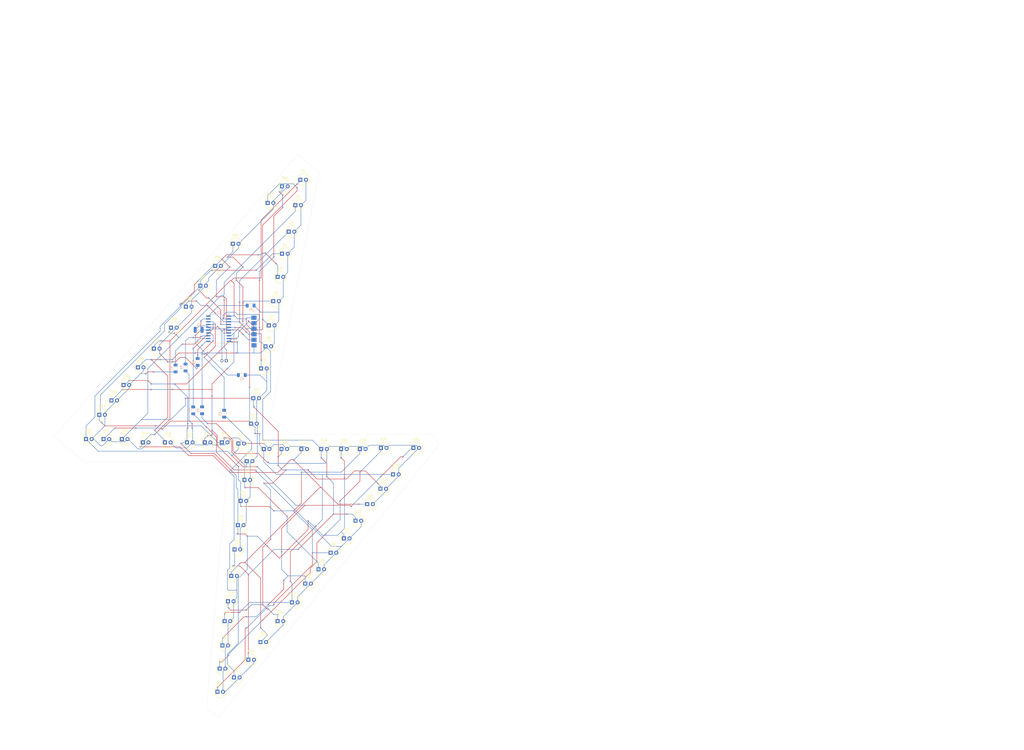
<source format=kicad_pcb>
(kicad_pcb (version 20241229) (generator "pcbnew") (generator_version "9.0")
  (layers (0 "F.Cu" signal) (2 "B.Cu" signal) (13 "F.Paste" user) (15 "B.Paste" user) (5 "F.SilkS" user "F.Silkscreen") (7 "B.SilkS" user "B.Silkscreen") (1 "F.Mask" user) (3 "B.Mask" user) (25 "Edge.Cuts" user))
  (net 0 "")
  (net 1 "Net-(D14-K)")
  (net 2 "Net-(D16-K)")
  (net 3 "GND")
  (net 4 "Net-(U1-PA6)")
  (net 5 "Net-(D1-K)")
  (net 6 "+5V")
  (net 7 "Net-(D15-K)")
  (net 8 "Net-(U1-PA4)")
  (net 9 "Net-(U1-PA2)")
  (net 10 "Net-(U1-AREF{slash}PA3)")
  (net 11 "Net-(U1-PA5)")
  (net 12 "Net-(D10-K)")
  (net 13 "Net-(D12-K)")
  (net 14 "Net-(U1-PA1)")
  (net 15 "Net-(U1-PA7)")
  (net 16 "Net-(D11-K)")
  (net 17 "Net-(D13-K)")
  (net 18 "Net-(U1-PA0)")
  (net 19 "Net-(D17-A)")
  (net 20 "Net-(D1-A)")
  (net 21 "Net-(D10-A)")
  (net 22 "Net-(D25-A)")
  (net 23 "Net-(D33-A)")
  (net 24 "Net-(D41-A)")
  (net 25 "Net-(D49-A)")
  (net 26 "Net-(D57-A)")
  (footprint "LED_THT:LED_D5.0mm" (layer "F.Cu") (at 99.185 140)
    (property "Reference" "D47")
    (property "Value" "LED")
  )
  (footprint "LED_THT:LED_D5.0mm" (layer "F.Cu") (at 105.235 69)
    (property "Reference" "D60")
    (property "Value" "LED")
  )
  (footprint "LED_THT:LED_D5.0mm" (layer "F.Cu") (at 136.235 87)
    (property "Reference" "D7")
    (property "Value" "LED")
  )
  (footprint "LED_THT:LED_D5.0mm" (layer "F.Cu") (at 133.96 143)
    (property "Reference" "D43")
    (property "Value" "LED")
  )
  (footprint "LED_THT:LED_D5.0mm" (layer "F.Cu") (at 125.225 157)
    (property "Reference" "D13")
    (property "Value" "LED")
  )
  (footprint "LED_THT:LED_D5.0mm" (layer "F.Cu") (at 140.235 65)
    (property "Reference" "D5")
    (property "Value" "LED")
  )
  (footprint "LED_THT:LED_D5.0mm" (layer "F.Cu") (at 70.46 114)
    (property "Reference" "D55")
    (property "Value" "LED")
  )
  (footprint "LED_THT:LED_D5.0mm" (layer "F.Cu") (at 132.46 230.5)
    (property "Reference" "D25")
    (property "Value" "LED")
  )
  (footprint "LED_THT:LED_D5.0mm" (layer "F.Cu") (at 142.225 24)
    (property "Reference" "D64")
    (property "Value" "LED")
  )
  (footprint "LED_THT:LED_D5.0mm" (layer "F.Cu") (at 150.96 143)
    (property "Reference" "D41")
    (property "Value" "LED")
  )
  (footprint "LED_THT:LED_D5.0mm" (layer "F.Cu") (at 140.225 221)
    (property "Reference" "D26")
    (property "Value" "LED")
  )
  (footprint "LED_THT:LED_D5.0mm" (layer "F.Cu") (at 123.46 166.5)
    (property "Reference" "D14")
    (property "Value" "LED")
  )
  (footprint "LED_THT:LED_D5.0mm" (layer "F.Cu") (at 122.225 177.5)
    (property "Reference" "D15")
    (property "Value" "LED")
  )
  (footprint "LED_THT:LED_D5.0mm" (layer "F.Cu") (at 159.96 143)
    (property "Reference" "D40")
    (property "Value" "LED")
  )
  (footprint "LED_THT:LED_D5.0mm" (layer "F.Cu") (at 192.5 154.5)
    (property "Reference" "D35")
    (property "Value" "LED")
  )
  (footprint "LED_THT:LED_D5.0mm" (layer "F.Cu") (at 134.735 96.5)
    (property "Reference" "D8")
    (property "Value" "LED")
  )
  (footprint "LED_THT:LED_D5.0mm" (layer "F.Cu") (at 201.725 142.5)
    (property "Reference" "D36")
    (property "Value" "LED")
  )
  (footprint "LED_THT:LED_D5.0mm" (layer "F.Cu") (at 187 142.5)
    (property "Reference" "D37")
    (property "Value" "LED")
  )
  (footprint "LED_THT:LED_D5.0mm" (layer "F.Cu") (at 89.185 140)
    (property "Reference" "D48")
    (property "Value" "LED")
  )
  (footprint "LED_THT:LED_D5.0mm" (layer "F.Cu") (at 145.235 44.5)
    (property "Reference" "D3")
    (property "Value" "LED")
  )
  (footprint "LED_THT:LED_D5.0mm" (layer "F.Cu") (at 76.96 106)
    (property "Reference" "D56")
    (property "Value" "LED")
  )
  (footprint "LED_THT:LED_D5.0mm" (layer "F.Cu") (at 112.96 253)
    (property "Reference" "D22")
    (property "Value" "LED")
  )
  (footprint "LED_THT:LED_D5.0mm" (layer "F.Cu") (at 114.96 140)
    (property "Reference" "D45")
    (property "Value" "LED")
  )
  (footprint "LED_THT:LED_D5.0mm" (layer "F.Cu") (at 120.46 246.5)
    (property "Reference" "D23")
    (property "Value" "LED")
  )
  (footprint "LED_THT:LED_D5.0mm" (layer "F.Cu") (at 129.225 120)
    (property "Reference" "D10")
    (property "Value" "LED")
  )
  (footprint "LED_THT:LED_D5.0mm" (layer "F.Cu") (at 114 242.5)
    (property "Reference" "D21")
    (property "Value" "LED")
  )
  (footprint "Connector_PinHeader_2.00mm:PinHeader_1x02_P2.00mm_Vertical" (layer "F.Cu") (at 117 103 -90)
    (property "Reference" "J2")
    (property "Value" "Conn_01x02_Pin")
  )
  (footprint "LED_THT:LED_D5.0mm" (layer "F.Cu") (at 146.725 212.5)
    (property "Reference" "D27")
    (property "Value" "LED")
  )
  (footprint "LED_THT:LED_D5.0mm" (layer "F.Cu") (at 91.96 88)
    (property "Reference" "D58")
    (property "Value" "LED")
  )
  (footprint "LED_THT:LED_D5.0mm" (layer "F.Cu") (at 126.225 148.5)
    (property "Reference" "D12")
    (property "Value" "LED")
  )
  (footprint "LED_THT:LED_D5.0mm" (layer "F.Cu") (at 69.685 138.5)
    (property "Reference" "D50")
    (property "Value" "LED")
  )
  (footprint "LED_THT:LED_D5.0mm" (layer "F.Cu") (at 126.96 238.5)
    (property "Reference" "D24")
    (property "Value" "LED")
  )
  (footprint "LED_THT:LED_D5.0mm" (layer "F.Cu") (at 115.225 232)
    (property "Reference" "D20")
    (property "Value" "LED")
  )
  (footprint "LED_THT:LED_D5.0mm" (layer "F.Cu") (at 59.46 127.5)
    (property "Reference" "D53")
    (property "Value" "LED")
  )
  (footprint "LED_THT:LED_D5.0mm" (layer "F.Cu") (at 119.225 200.5)
    (property "Reference" "D17")
    (property "Value" "LED")
  )
  (footprint "LED_THT:LED_D5.0mm" (layer "F.Cu") (at 61.42 138.5)
    (property "Reference" "D51")
    (property "Value" "LED")
  )
  (footprint "LED_THT:LED_D5.0mm" (layer "F.Cu") (at 148.235 32.5)
    (property "Reference" "D2")
    (property "Value" "LED")
  )
  (footprint "LED_THT:LED_D5.0mm" (layer "F.Cu") (at 98.685 78.5)
    (property "Reference" "D59")
    (property "Value" "LED")
  )
  (footprint "LED_THT:LED_D5.0mm" (layer "F.Cu") (at 111.96 60)
    (property "Reference" "D61")
    (property "Value" "LED")
  )
  (footprint "LED_THT:LED_D5.0mm" (layer "F.Cu") (at 116.225 221)
    (property "Reference" "D19")
    (property "Value" "LED")
  )
  (footprint "LED_THT:LED_D5.0mm" (layer "F.Cu") (at 128.225 131.5)
    (property "Reference" "D11")
    (property "Value" "LED")
  )
  (footprint "LED_THT:LED_D5.0mm" (layer "F.Cu") (at 107.225 140)
    (property "Reference" "D46")
    (property "Value" "LED")
  )
  (footprint "LED_THT:LED_D5.0mm" (layer "F.Cu") (at 122.46 140.5)
    (property "Reference" "D44")
    (property "Value" "LED")
  )
  (footprint "LED_THT:LED_D5.0mm" (layer "F.Cu") (at 186.775 161)
    (property "Reference" "D34")
    (property "Value" "LED")
  )
  (footprint "LED_THT:LED_D5.0mm" (layer "F.Cu") (at 152.725 204)
    (property "Reference" "D28")
    (property "Value" "LED")
  )
  (footprint "LED_THT:LED_D5.0mm" (layer "F.Cu") (at 79.185 140)
    (property "Reference" "D49")
    (property "Value" "LED")
  )
  (footprint "LED_THT:LED_D5.0mm" (layer "F.Cu") (at 84.185 97.5)
    (property "Reference" "D57")
    (property "Value" "LED")
  )
  (footprint "LED_THT:LED_D5.0mm" (layer "F.Cu") (at 119.96 50)
    (property "Reference" "D62")
    (property "Value" "LED")
  )
  (footprint "LED_THT:LED_D5.0mm" (layer "F.Cu") (at 138.235 76)
    (property "Reference" "D6")
    (property "Value" "LED")
  )
  (footprint "LED_THT:LED_D5.0mm" (layer "F.Cu") (at 175.5 175.5)
    (property "Reference" "D32")
    (property "Value" "LED")
  )
  (footprint "LED_THT:LED_D5.0mm" (layer "F.Cu") (at 135.725 31.5)
    (property "Reference" "D63")
    (property "Value" "LED")
  )
  (footprint "LED_THT:LED_D5.0mm" (layer "F.Cu") (at 150.5 21)
    (property "Reference" "D1")
    (property "Value" "LED")
  )
  (footprint "LED_THT:LED_D5.0mm" (layer "F.Cu") (at 141.96 143)
    (property "Reference" "D42")
    (property "Value" "LED")
  )
  (footprint "LED_THT:LED_D5.0mm" (layer "F.Cu") (at 158.725 197.5)
    (property "Reference" "D29")
    (property "Value" "LED")
  )
  (footprint "LED_THT:LED_D5.0mm" (layer "F.Cu") (at 132.735 106.5)
    (property "Reference" "D9")
    (property "Value" "LED")
  )
  (footprint "LED_THT:LED_D5.0mm" (layer "F.Cu") (at 170.225 183.5)
    (property "Reference" "D31")
    (property "Value" "LED")
  )
  (footprint "LED_THT:LED_D5.0mm" (layer "F.Cu") (at 168.96 143)
    (property "Reference" "D39")
    (property "Value" "LED")
  )
  (footprint "LED_THT:LED_D5.0mm" (layer "F.Cu") (at 120.725 188.5)
    (property "Reference" "D16")
    (property "Value" "LED")
  )
  (footprint "LED_THT:LED_D5.0mm" (layer "F.Cu") (at 177.46 143)
    (property "Reference" "D38")
    (property "Value" "LED")
  )
  (footprint "LED_THT:LED_D5.0mm" (layer "F.Cu") (at 64.96 121)
    (property "Reference" "D54")
    (property "Value" "LED")
  )
  (footprint "LED_THT:LED_D5.0mm" (layer "F.Cu") (at 164.225 190)
    (property "Reference" "D30")
    (property "Value" "LED")
  )
  (footprint "LED_THT:LED_D5.0mm" (layer "F.Cu") (at 142.235 54.5)
    (property "Reference" "D4")
    (property "Value" "LED")
  )
  (footprint "LED_THT:LED_D5.0mm" (layer "F.Cu") (at 53.46 138.5)
    (property "Reference" "D52")
    (property "Value" "LED")
  )
  (footprint "LED_THT:LED_D5.0mm" (layer "F.Cu") (at 180.775 168)
    (property "Reference" "D33")
    (property "Value" "LED")
  )
  (footprint "LED_THT:LED_D5.0mm" (layer "F.Cu") (at 117.725 212)
    (property "Reference" "D18")
    (property "Value" "LED")
  )
  (footprint "Package_SO:SOIC-20W_7.5x12.8mm_P1.27mm" (layer "B.Cu") (at 113.5 88.5 180)
    (property "Reference" "U1")
    (property "Value" "ATtiny861A-S")
  )
  (footprint "Resistor_SMD:R_1206_3216Metric_Pad1.30x1.75mm_HandSolder" (layer "B.Cu") (at 116 127 -90)
    (property "Reference" "R3")
    (property "Value" "110")
  )
  (footprint "Resistor_SMD:R_1206_3216Metric_Pad1.30x1.75mm_HandSolder" (layer "B.Cu") (at 106 125.45 -90)
    (property "Reference" "R5")
    (property "Value" "110")
  )
  (footprint "Resistor_SMD:R_1206_3216Metric_Pad1.30x1.75mm_HandSolder" (layer "B.Cu") (at 98.5 106.05 -90)
    (property "Reference" "R6")
    (property "Value" "110")
  )
  (footprint "Capacitor_SMD:C_1210_3225Metric_Pad1.33x2.70mm_HandSolder" (layer "B.Cu") (at 104.4375 89 180)
    (property "Reference" "C1")
    (property "Value" "10 u")
  )
  (footprint "Resistor_SMD:R_1206_3216Metric_Pad1.30x1.75mm_HandSolder" (layer "B.Cu") (at 102 125.5 -90)
    (property "Reference" "R4")
    (property "Value" "110")
  )
  (footprint "Resistor_SMD:R_1206_3216Metric_Pad1.30x1.75mm_HandSolder" (layer "B.Cu") (at 124 109.5)
    (property "Reference" "R2")
    (property "Value" "110")
  )
  (footprint "Resistor_SMD:R_1206_3216Metric_Pad1.30x1.75mm_HandSolder" (layer "B.Cu") (at 94 106.5 -90)
    (property "Reference" "R7")
    (property "Value" "110")
  )
  (footprint "Resistor_SMD:R_1206_3216Metric_Pad1.30x1.75mm_HandSolder" (layer "B.Cu") (at 104 103.55 -90)
    (property "Reference" "R8")
    (property "Value" "110")
  )
  (footprint "Connector_PinHeader_2.00mm:PinHeader_1x06_P2.00mm_Vertical_SMD_Pin1Left" (layer "B.Cu") (at 128.5 88.9625 180)
    (property "Reference" "J1")
    (property "Value" "Conn_01x06_Pin")
  )
  (footprint "Resistor_SMD:R_1206_3216Metric_Pad1.30x1.75mm_HandSolder" (layer "B.Cu") (at 128 78)
    (property "Reference" "R1")
    (property "Value" "110")
  )
  (gr_poly (pts (xy 149.5 9.43692) (xy 39 137.5) (xy 52.760024 149) (xy 108 148.5) (xy 117 156) (xy 108 260.5) (xy 113.5 264.5) (xy 213.5 141) (xy 210 136.5) (xy 146.956591 136.456591) (xy 137 128.5) (xy 159 18)) (stroke (width 0.05)) (fill no) (layer "Edge.Cuts"))
  (segment (start 136.5 169) (end 123.5 169) (width 0.2) (layer "F.Cu") (net 1))
  (segment (start 110.5 113.5) (end 110.5 116) (width 0.2) (layer "F.Cu") (net 1))
  (segment (start 112.5 111.5) (end 110.5 113.5) (width 0.2) (layer "F.Cu") (net 1))
  (segment (start 112.901 136.901) (end 110.5 134.5) (width 0.2) (layer "F.Cu") (net 1))
  (segment (start 124.5 60.5) (end 120 56) (width 0.2) (layer "F.Cu") (net 1))
  (segment (start 120 56) (end 117.5 56) (width 0.2) (layer "F.Cu") (net 1))
  (segment (start 124.5 77.5) (end 124.5 85) (width 0.2) (layer "F.Cu") (net 1))
  (segment (start 151 167.5) (end 147.5 171) (width 0.2) (layer "F.Cu") (net 1))
  (segment (start 83 116) (end 69.96 116) (width 0.2) (layer "F.Cu") (net 1))
  (segment (start 125.5 238.5) (end 125.5 224.5) (width 0.2) (layer "F.Cu") (net 1))
  (segment (start 156 195.4329) (end 156 190) (width 0.2) (layer "F.Cu") (net 1))
  (segment (start 107.225 139.775) (end 107.225 140) (width 0.2) (layer "F.Cu") (net 1))
  (segment (start 117.5 106.5) (end 112.5 111.5) (width 0.2) (layer "F.Cu") (net 1))
  (segment (start 110.5 116) (end 110.5 119) (width 0.2) (layer "F.Cu") (net 1))
  (segment (start 108.5 137) (end 110 137) (width 0.2) (layer "F.Cu") (net 1))
  (segment (start 110 137) (end 110.5 136.5) (width 0.2) (layer "F.Cu") (net 1))
  (segment (start 138.5 213.5) (end 138.5 212.9329) (width 0.2) (layer "F.Cu") (net 1))
  (segment (start 122.5 151) (end 112.901 141.401) (width 0.2) (layer "F.Cu") (net 1))
  (segment (start 110.5 116) (end 92.5 116) (width 0.2) (layer "F.Cu") (net 1))
  (segment (start 124.5 76.5) (end 124.5 77.5) (width 0.2) (layer "F.Cu") (net 1))
  (segment (start 113 251) (end 125.5 238.5) (width 0.2) (layer "F.Cu") (net 1))
  (segment (start 124.5 77.5) (end 124.5 69.5) (width 0.2) (layer "F.Cu") (net 1))
  (segment (start 112.901 141.401) (end 112.901 136.901) (width 0.2) (layer "F.Cu") (net 1))
  (segment (start 125.5 224.5) (end 126 224) (width 0.2) (layer "F.Cu") (net 1))
  (segment (start 151 153.5) (end 151 167.5) (width 0.2) (layer "F.Cu") (net 1))
  (segment (start 124.5 69.5) (end 121.5 66.5) (width 0.2) (layer "F.Cu") (net 1))
  (segment (start 138.5 171) (end 136.5 169) (width 0.2) (layer "F.Cu") (net 1))
  (segment (start 138.5 212.9329) (end 156 195.4329) (width 0.2) (layer "F.Cu") (net 1))
  (via (at 110.5 134.5) (size 0.6) (drill 0.3) (layers "F.Cu" "B.Cu") (net 1))
  (via (at 124.5 60.5) (size 0.6) (drill 0.3) (layers "F.Cu" "B.Cu") (net 1))
  (via (at 147.5 171) (size 0.6) (drill 0.3) (layers "F.Cu" "B.Cu") (net 1))
  (via (at 83 116) (size 0.6) (drill 0.3) (layers "F.Cu" "B.Cu") (net 1))
  (via (at 124.5 85) (size 0.6) (drill 0.3) (layers "F.Cu" "B.Cu") (net 1))
  (via (at 126 224) (size 0.6) (drill 0.3) (layers "F.Cu" "B.Cu") (net 1))
  (via (at 122.5 151) (size 0.6) (drill 0.3) (layers "F.Cu" "B.Cu") (net 1))
  (via (at 92.5 116) (size 0.6) (drill 0.3) (layers "F.Cu" "B.Cu") (net 1))
  (via (at 110.5 119) (size 0.6) (drill 0.3) (layers "F.Cu" "B.Cu") (net 1))
  (via (at 124.5 76.5) (size 0.6) (drill 0.3) (layers "F.Cu" "B.Cu") (net 1))
  (via (at 138.5 213.5) (size 0.6) (drill 0.3) (layers "F.Cu" "B.Cu") (net 1))
  (via (at 138.5 171) (size 0.6) (drill 0.3) (layers "F.Cu" "B.Cu") (net 1))
  (via (at 70 116) (size 0.6) (drill 0.3) (layers "F.Cu" "B.Cu") (net 1))
  (via (at 151 153.5) (size 0.6) (drill 0.3) (layers "F.Cu" "B.Cu") (net 1))
  (via (at 123.5 169) (size 0.6) (drill 0.3) (layers "F.Cu" "B.Cu") (net 1))
  (via (at 113 251) (size 0.6) (drill 0.3) (layers "F.Cu" "B.Cu") (net 1))
  (via (at 110.5 136.5) (size 0.6) (drill 0.3) (layers "F.Cu" "B.Cu") (net 1))
  (via (at 108.5 137) (size 0.6) (drill 0.3) (layers "F.Cu" "B.Cu") (net 1))
  (via (at 156 190) (size 0.6) (drill 0.3) (layers "F.Cu" "B.Cu") (net 1))
  (via (at 121.5 66.5) (size 0.6) (drill 0.3) (layers "F.Cu" "B.Cu") (net 1))
  (via (at 117.5 56) (size 0.6) (drill 0.3) (layers "F.Cu" "B.Cu") (net 1))
  (via (at 117.5 106.5) (size 0.6) (drill 0.3) (layers "F.Cu" "B.Cu") (net 1))
  (segment (start 119.96 53.54) (end 119.96 50) (width 0.2) (layer "B.Cu") (net 1))
  (segment (start 107.225 138.275) (end 108.5 137) (width 0.2) (layer "B.Cu") (net 1))
  (segment (start 136.349943 214) (end 126.349943 224) (width 0.2) (layer "B.Cu") (net 1))
  (segment (start 156 179.650057) (end 147.349943 171) (width 0.2) (layer "B.Cu") (net 1))
  (segment (start 177.46 145.04) (end 176 146.5) (width 0.2) (layer "B.Cu") (net 1))
  (segment (start 123.5 169) (end 123.46 168.96) (width 0.2) (layer "B.Cu") (net 1))
  (segment (start 117.5 56) (end 119.96 53.54) (width 0.2) (layer "B.Cu") (net 1))
  (segment (start 110.5 134.5) (end 110.5 136.5) (width 0.2) (layer "B.Cu") (net 1))
  (segment (start 138 214) (end 136.349943 214) (width 0.2) (layer "B.Cu") (net 1))
  (segment (start 156 190) (end 156 179.650057) (width 0.2) (layer "B.Cu") (net 1))
  (segment (start 110.5 119) (end 110.5 134.5) (width 0.2) (layer "B.Cu") (net 1))
  (segment (start 176 146.5) (end 169 153.5) (width 0.2) (layer "B.Cu") (net 1))
  (segment (start 138.5 213.5) (end 138 214) (width 0.2) (layer "B.Cu") (net 1))
  (segment (start 147.349943 171) (end 138.5 171) (width 0.2) (layer "B.Cu") (net 1))
  (segment (start 122.5 157) (end 122.5 151) (width 0.2) (layer "B.Cu") (net 1))
  (segment (start 120.424999 90.424999) (end 119.174999 91.675) (width 0.2) (layer "B.Cu") (net 1))
  (segment (start 123.46 166.5) (end 123.46 157.96) (width 0.2) (layer "B.Cu") (net 1))
  (segment (start 107.225 140) (end 107.225 138.275) (width 0.2) (layer "B.Cu") (net 1))
  (segment (start 125 76) (end 124.5 76.5) (width 0.2) (layer "B.Cu") (net 1))
  (segment (start 92.5 116) (end 83 116) (width 0.2) (layer "B.Cu") (net 1))
  (segment (start 121.5 63.5) (end 124.5 60.5) (width 0.2) (layer "B.Cu") (net 1))
  (segment (start 156 190) (end 164.225 190) (width 0.2) (layer "B.Cu") (net 1))
  (segment (start 124.5 85) (end 124.5 86.349999) (width 0.2) (layer "B.Cu") (net 1))
  (segment (start 124.5 86.349999) (end 120.424999 90.424999) (width 0.2) (layer "B.Cu") (net 1))
  (segment (start 121.5 66.5) (end 121.5 63.5) (width 0.2) (layer "B.Cu") (net 1))
  (segment (start 64.96 121) (end 65 121) (width 0.2) (layer "B.Cu") (net 1))
  (segment (start 164.225 190) (end 164.225 189.225) (width 0.2) (layer "B.Cu") (net 1))
  (segment (start 123.46 168.96) (end 123.46 166.5) (width 0.2) (layer "B.Cu") (net 1))
  (segment (start 119.174999 91.675) (end 118.15 91.675) (width 0.2) (layer "B.Cu") (net 1))
  (segment (start 120.424999 103.575001) (end 117.5 106.5) (width 0.2) (layer "B.Cu") (net 1))
  (segment (start 126.349943 224) (end 126 224) (width 0.2) (layer "B.Cu") (net 1))
  (segment (start 120.424999 90.424999) (end 120.424999 103.575001) (width 0.2) (layer "B.Cu") (net 1))
  (segment (start 123.46 157.96) (end 122.5 157) (width 0.2) (layer "B.Cu") (net 1))
  (segment (start 138.235 76) (end 125 76) (width 0.2) (layer "B.Cu") (net 1))
  (segment (start 177.46 143) (end 177.46 145.04) (width 0.2) (layer "B.Cu") (net 1))
  (segment (start 112.96 253) (end 112.96 251.04) (width 0.2) (layer "B.Cu") (net 1))
  (segment (start 169 153.5) (end 151 153.5) (width 0.2) (layer "B.Cu") (net 1))
  (segment (start 65 121) (end 70 116) (width 0.2) (layer "B.Cu") (net 1))
  (segment (start 112.96 251.04) (end 113 251) (width 0.2) (layer "B.Cu") (net 1))
  (segment (start 165.5 172.5) (end 171.5 172.5) (width 0.2) (layer "F.Cu") (net 2))
  (segment (start 141 26.5) (end 142.5 28) (width 0.2) (layer "F.Cu") (net 2))
  (segment (start 107.65147 100) (end 108.325735 99.325735) (width 0.2) (layer "F.Cu") (net 2))
  (segment (start 107 100) (end 107.65147 100) (width 0.2) (layer "F.Cu") (net 2))
  (segment (start 123.150057 196) (end 120 196) (width 0.2) (layer "F.Cu") (net 2))
  (segment (start 127 200) (end 127 199.849943) (width 0.2) (layer "F.Cu") (net 2))
  (segment (start 162.5 149.5) (end 160 147) (width 0.2) (layer "F.Cu") (net 2))
  (segment (start 132 88) (end 132 66.5) (width 0.2) (layer "F.Cu") (net 2))
  (segment (start 127 199.849943) (end 123.150057 196) (width 0.2) (layer "F.Cu") (net 2))
  (segment (start 121.5 99.5) (end 114 99.5) (width 0.2) (layer "F.Cu") (net 2))
  (segment (start 95.5 99.5) (end 92.5 102.5) (width 0.2) (layer "F.Cu") (net 2))
  (segment (start 87 102.5) (end 83 102.5) (width 0.2) (layer "F.Cu") (net 2))
  (segment (start 127 235.5) (end 127 200) (width 0.2) (layer "F.Cu") (net 2))
  (segment (start 103 99.5) (end 95.5 99.5) (width 0.2) (layer "F.Cu") (net 2))
  (segment (start 90.5 110) (end 83 102.5) (width 0.2) (layer "F.Cu") (net 2))
  (segment (start 90.5 128.5) (end 90.5 110) (width 0.2) (layer "F.Cu") (net 2))
  (segment (start 149.5 188.5) (end 165.5 172.5) (width 0.2) (layer "F.Cu") (net 2))
  (segment (start 162.5 155.5) (end 162.5 149.5) (width 0.2) (layer "F.Cu") (net 2))
  (segment (start 138.5 56) (end 138.5 37.5) (width 0.2) (layer "F.Cu") (net 2))
  (segment (start 138.5 37.5) (end 142.5 33.5) (width 0.2) (layer "F.Cu") (net 2))
  (segment (start 122 94.5) (end 119.5 94.5) (width 0.2) (layer "F.Cu") (net 2))
  (segment (start 84.5 134.5) (end 90.5 128.5) (width 0.2) (layer "F.Cu") (net 2))
  (via (at 114 99.5) (size 0.6) (drill 0.3) (layers "F.Cu" "B.Cu") (net 2))
  (via (at 132 66.5) (size 0.6) (drill 0.3) (layers "F.Cu" "B.Cu") (net 2))
  (via (at 127 200) (size 0.6) (drill 0.3) (layers "F.Cu" "B.Cu") (net 2))
  (via (at 132 88) (size 0.6) (drill 0.3) (layers "F.Cu" "B.Cu") (net 2))
  (via (at 162.5 155.5) (size 0.6) (drill 0.3) (layers "F.Cu" "B.Cu") (net 2))
  (via (at 83 102.5) (size 0.6) (drill 0.3) (layers "F.Cu" "B.Cu") (net 2))
  (via (at 87 102.5) (size 0.6) (drill 0.3) (layers "F.Cu" "B.Cu") (net 2))
  (via (at 127 235.5) (size 0.6) (drill 0.3) (layers "F.Cu" "B.Cu") (net 2))
  (via (at 108.325735 99.325735) (size 0.6) (drill 0.3) (layers "F.Cu" "B.Cu") (net 2))
  (via (at 141 26.5) (size 0.6) (drill 0.3) (layers "F.Cu" "B.Cu") (net 2))
  (via (at 142.5 33.5) (size 0.6) (drill 0.3) (layers "F.Cu" "B.Cu") (net 2))
  (via (at 160 147) (size 0.6) (drill 0.3) (layers "F.Cu" "B.Cu") (net 2))
  (via (at 165.5 172.5) (size 0.6) (drill 0.3) (layers "F.Cu" "B.Cu") (net 2))
  (via (at 171.5 172.5) (size 0.6) (drill 0.3) (layers "F.Cu" "B.Cu") (net 2))
  (via (at 122 94.5) (size 0.6) (drill 0.3) (layers "F.Cu" "B.Cu") (net 2))
  (via (at 84.5 134.5) (size 0.6) (drill 0.3) (layers "F.Cu" "B.Cu") (net 2))
  (via (at 92.5 102.5) (size 0.6) (drill 0.3) (layers "F.Cu" "B.Cu") (net 2))
  (via (at 142.5 28) (size 0.6) (drill 0.3) (layers "F.Cu" "B.Cu") (net 2))
  (via (at 119.5 94.5) (size 0.6) (drill 0.3) (layers "F.Cu" "B.Cu") (net 2))
  (via (at 103 99.5) (size 0.6) (drill 0.3) (layers "F.Cu" "B.Cu") (net 2))
  (via (at 121.5 99.5) (size 0.6) (drill 0.3) (layers "F.Cu" "B.Cu") (net 2))
  (via (at 149.5 188.5) (size 0.6) (drill 0.3) (layers "F.Cu" "B.Cu") (net 2))
  (via (at 120 196) (size 0.6) (drill 0.3) (layers "F.Cu" "B.Cu") (net 2))
  (via (at 107 100) (size 0.6) (drill 0.3) (layers "F.Cu" "B.Cu") (net 2))
  (via (at 138.5 56) (size 0.6) (drill 0.3) (layers "F.Cu" "B.Cu") (net 2))
  (segment (start 129.5 99.5) (end 132.5 99.5) (width 0.2) (layer "B.Cu") (net 2))
  (segment (start 129.5 96) (end 129.5 99.5) (width 0.2) (layer "B.Cu") (net 2))
  (segment (start 127 200) (end 138.5 188.5) (width 0.2) (layer "B.Cu") (net 2))
  (segment (start 103.101 99.399) (end 103 99.5) (width 0.2) (layer "B.Cu") (net 2))
  (segment (start 175.5 175.5) (end 175.5 174) (width 0.2) (layer "B.Cu") (net 2))
  (segment (start 84.5 134.5) (end 89.185 139.185) (width 0.2) (layer "B.Cu") (net 2))
  (segment (start 159.96 143) (end 159.96 145.54) (width 0.2) (layer "B.Cu") (net 2))
  (segment (start 122.5 99.5) (end 129.5 99.5) (width 0.2) (layer "B.Cu") (net 2))
  (segment (start 132.5 99.5) (end 134.735 97.265) (width 0.2) (layer "B.Cu") (net 2))
  (segment (start 160 145.58) (end 160 147) (width 0.2) (layer "B.Cu") (net 2))
  (segment (start 76.96 106) (end 80.46 102.5) (width 0.2) (layer "B.Cu") (net 2))
  (segment (start 134.735 97.265) (end 134.735 96.5) (width 0.2) (layer "B.Cu") (net 2))
  (segment (start 142.225 25.775) (end 141.5 26.5) (width 0.2) (layer "B.Cu") (net 2))
  (segment (start 132 62.5) (end 138.5 56) (width 0.2) (layer "B.Cu") (net 2))
  (segment (start 133.5 139) (end 133.5 120.5) (width 0.2) (layer "B.Cu") (net 2))
  (segment (start 120 196) (end 120.725 195.275) (width 0.2) (layer "B.Cu") (net 2))
  (segment (start 89.185 139.185) (end 89.185 140) (width 0.2) (layer "B.Cu") (net 2))
  (segment (start 126.96 238.5) (end 126.96 235.54) (width 0.2) (layer "B.Cu") (net 2))
  (segment (start 106.399 99.399) (end 107 100) (width 0.2) (layer "B.Cu") (net 2))
  (segment (start 80.46 102.5) (end 83 102.5) (width 0.2) (layer "B.Cu") (net 2))
  (segment (start 155.96 139) (end 133.5 139) (width 0.2) (layer "B.Cu") (net 2))
  (segment (start 174 172.5) (end 171.5 172.5) (width 0.2) (layer "B.Cu") (net 2))
  (segment (start 137 117) (end 137 98.765) (width 0.2) (layer "B.Cu") (net 2))
  (segment (start 134.735 96.5) (end 132.735 94.5) (width 0.2) (layer "B.Cu") (net 2))
  (segment (start 119.5 94.5) (end 118.435 94.5) (width 0.2) (layer "B.Cu") (net 2))
  (segment (start 121.5 99.5) (end 122.5 99.5) (width 0.2) (layer "B.Cu") (net 2))
  (segment (start 165.5 158.5) (end 162.5 155.5) (width 0.2) (layer "B.Cu") (net 2))
  (segment (start 126.96 235.54) (end 127 235.5) (width 0.2) (layer "B.Cu") (net 2))
  (segment (start 141.5 26.5) (end 141 26.5) (width 0.2) (layer "B.Cu") (net 2))
  (segment (start 175.5 174) (end 174 172.5) (width 0.2) (layer "B.Cu") (net 2))
  (segment (start 133.5 120.5) (end 137 117) (width 0.2) (layer "B.Cu") (net 2))
  (segment (start 108.5 99.5) (end 108.325735 99.325735) (width 0.2) (layer "B.Cu") (net 2))
  (segment (start 92.5 102.5) (end 87 102.5) (width 0.2) (layer "B.Cu") (net 2))
  (segment (start 138.5 188.5) (end 149.5 188.5) (width 0.2) (layer "B.Cu") (net 2))
  (segment (start 132 94.5) (end 132 88) (width 0.2) (layer "B.Cu") (net 2))
  (segment (start 132.735 94.5) (end 132 94.5) (width 0.2) (layer "B.Cu") (net 2))
  (segment (start 114 99.5) (end 108.5 99.5) (width 0.2) (layer "B.Cu") (net 2))
  (segment (start 165.5 172.5) (end 165.5 158.5) (width 0.2) (layer "B.Cu") (net 2))
  (segment (start 122 94.5) (end 122 99) (width 0.2) (layer "B.Cu") (net 2))
  (segment (start 137 98.765) (end 134.735 96.5) (width 0.2) (layer "B.Cu") (net 2))
  (segment (start 122 99) (end 122.5 99.5) (width 0.2) (layer "B.Cu") (net 2))
  (segment (start 159.96 145.54) (end 160 145.58) (width 0.2) (layer "B.Cu") (net 2))
  (segment (start 159.96 143) (end 155.96 139) (width 0.2) (layer "B.Cu") (net 2))
  (segment (start 120.725 195.275) (end 120.725 188.5) (width 0.2) (layer "B.Cu") (net 2))
  (segment (start 106.399 99.399) (end 103.101 99.399) (width 0.2) (layer "B.Cu") (net 2))
  (segment (start 132 66.5) (end 132 62.5) (width 0.2) (layer "B.Cu") (net 2))
  (segment (start 142.225 24) (end 142.225 25.775) (width 0.2) (layer "B.Cu") (net 2))
  (segment (start 142.5 33.5) (end 142.5 28) (width 0.2) (layer "B.Cu") (net 2))
  (segment (start 118.435 94.5) (end 118.15 94.215) (width 0.2) (layer "B.Cu") (net 2))
  (segment (start 122.5 89) (end 120 89) (width 0.2) (layer "F.Cu") (net 3))
  (segment (start 124.5 91) (end 122.5 89) (width 0.2) (layer "F.Cu") (net 3))
  (segment (start 115 89.5) (end 113 87.5) (width 0.2) (layer "F.Cu") (net 3))
  (via (at 115 89.5) (size 0.6) (drill 0.3) (layers "F.Cu" "B.Cu") (net 3))
  (via (at 113 87.5) (size 0.6) (drill 0.3) (layers "F.Cu" "B.Cu") (net 3))
  (via (at 120 89) (size 0.6) (drill 0.3) (layers "F.Cu" "B.Cu") (net 3))
  (via (at 124.5 91) (size 0.6) (drill 0.3) (layers "F.Cu" "B.Cu") (net 3))
  (segment (start 120 89) (end 118.285 89) (width 0.2) (layer "B.Cu") (net 3))
  (segment (start 115.365 89.135) (end 115 89.5) (width 0.2) (layer "B.Cu") (net 3))
  (segment (start 115 103) (end 115 89.5) (width 0.2) (layer "B.Cu") (net 3))
  (segment (start 118.15 89.135) (end 115.365 89.135) (width 0.2) (layer "B.Cu") (net 3))
  (segment (start 118.285 89) (end 118.15 89.135) (width 0.2) (layer "B.Cu") (net 3))
  (segment (start 113 87.5) (end 112.635 87.865) (width 0.2) (layer "B.Cu") (net 3))
  (segment (start 129.5 93.5) (end 127 93.5) (width 0.2) (layer "B.Cu") (net 3))
  (segment (start 104.679 87.196) (end 108.181 87.196) (width 0.2) (layer "B.Cu") (net 3))
  (segment (start 108.181 87.196) (end 108.85 87.865) (width 0.2) (layer "B.Cu") (net 3))
  (segment (start 112.635 87.865) (end 108.85 87.865) (width 0.2) (layer "B.Cu") (net 3))
  (segment (start 102.875 89) (end 104.679 87.196) (width 0.2) (layer "B.Cu") (net 3))
  (segment (start 127 93.5) (end 125 91.5) (width 0.2) (layer "B.Cu") (net 3))
  (segment (start 125 91.5) (end 124.5 91) (width 0.2) (layer "B.Cu") (net 3))
  (segment (start 102.5 95.5) (end 104 94) (width 0.2) (layer "F.Cu") (net 4))
  (segment (start 97 95.5) (end 102.5 95.5) (width 0.2) (layer "F.Cu") (net 4))
  (via (at 104 94) (size 0.6) (drill 0.3) (layers "F.Cu" "B.Cu") (net 4))
  (via (at 97 95.5) (size 0.6) (drill 0.3) (layers "F.Cu" "B.Cu") (net 4))
  (segment (start 104 94) (end 105.055 92.945) (width 0.2) (layer "B.Cu") (net 4))
  (segment (start 94 104.95) (end 94 98.5) (width 0.2) (layer "B.Cu") (net 4))
  (segment (start 94 98.5) (end 97 95.5) (width 0.2) (layer "B.Cu") (net 4))
  (segment (start 105.055 92.945) (end 108.85 92.945) (width 0.2) (layer "B.Cu") (net 4))
  (segment (start 91.5 94) (end 87.5 94) (width 0.2) (layer "F.Cu") (net 5))
  (segment (start 140.359 153.601) (end 146.23 147.73) (width 0.2) (layer "F.Cu") (net 5))
  (segment (start 118.788265 66.711735) (end 91.461735 94.038265) (width 0.2) (layer "F.Cu") (net 5))
  (segment (start 99.899 146) (end 111 146) (width 0.2) (layer "F.Cu") (net 5))
  (segment (start 132.735 39.265) (end 132.735 65.5) (width 0.2) (layer "F.Cu") (net 5))
  (segment (start 95.899 142) (end 99.899 146) (width 0.2) (layer "F.Cu") (net 5))
  (segment (start 167.5 168) (end 177 168) (width 0.2) (layer "F.Cu") (net 5))
  (segment (start 78 142) (end 95.899 142) (width 0.2) (layer "F.Cu") (net 5))
  (segment (start 125.5 194.5) (end 125.3625 194.3625) (width 0.2) (layer "F.Cu") (net 5))
  (segment (start 119.211735 66.711735) (end 118.788265 66.711735) (width 0.2) (layer "F.Cu") (net 5))
  (segment (start 146.23 147.73) (end 147.23 147.73) (width 0.2) (layer "F.Cu") (net 5))
  (segment (start 123.5 194.5) (end 123 195) (width 0.2) (layer "F.Cu") (net 5))
  (segment (start 147.23 147.73) (end 160 160.5) (width 0.2) (layer "F.Cu") (net 5))
  (segment (start 118.601 153.601) (end 140.359 153.601) (width 0.2) (layer "F.Cu") (net 5))
  (segment (start 132.5 224) (end 132.5 201.5) (width 0.2) (layer "F.Cu") (net 5))
  (segment (start 132.735 65.5) (end 120.423471 65.5) (width 0.2) (layer "F.Cu") (net 5))
  (segment (start 126 86.5) (end 130.235 90.735) (width 0.2) (layer "F.Cu") (net 5))
  (segment (start 91.461735 94.038265) (end 91.461735 94.461735) (width 0.2) (layer "F.Cu") (net 5))
  (segment (start 132.735 90.735) (end 132.735 102.735) (width 0.2) (layer "F.Cu") (net 5))
  (segment (start 119.211735 66.711735) (end 120.5 68) (width 0.2) (layer "F.Cu") (net 5))
  (segment (start 160 160.5) (end 167.5 168) (width 0.2) (layer "F.Cu") (net 5))
  (segment (start 159.225 160.5) (end 125.3625 194.3625) (width 0.2) (layer "F.Cu") (net 5))
  (segment (start 80.026529 140) (end 79.185 140) (width 0.2) (layer "F.Cu") (net 5))
  (segment (start 149 23) (end 132.735 39.265) (width 0.2) (layer "F.Cu") (net 5))
  (segment (start 123.5 194.5) (end 125.225 194.5) (width 0.2) (layer "F.Cu") (net 5))
  (segment (start 132.5 201.5) (end 125.5 194.5) (width 0.2) (layer "F.Cu") (net 5))
  (segment (start 91.461735 94.461735) (end 91.461735 129.538265) (width 0.2) (layer "F.Cu") (net 5))
  (segment (start 111 146) (end 118.601 153.601) (width 0.2) (layer "F.Cu") (net 5))
  (segment (start 160 160.5) (end 159.225 160.5) (width 0.2) (layer "F.Cu") (net 5))
  (segment (start 130.235 90.735) (end 132.735 90.735) (width 0.2) (layer "F.Cu") (net 5))
  (segment (start 125.225 194.5) (end 125.3625 194.3625) (width 0.2) (layer "F.Cu") (net 5))
  (segment (start 126 84) (end 126 86.5) (width 0.2) (layer "F.Cu") (net 5))
  (segment (start 120.423471 65.5) (end 119.211735 66.711735) (width 0.2) (layer "F.Cu") (net 5))
  (segment (start 120.5 68) (end 120.5 82.5) (width 0.2) (layer "F.Cu") (net 5))
  (segment (start 91.461735 129.538265) (end 84.5 136.5) (width 0.2) (layer "F.Cu") (net 5))
  (via (at 132.735 102.735) (size 0.6) (drill 0.3) (layers "F.Cu" "B.Cu") (net 5))
  (via (at 78 142) (size 0.6) (drill 0.3) (layers "F.Cu" "B.Cu") (net 5))
  (via (at 123 195) (size 0.6) (drill 0.3) (layers "F.Cu" "B.Cu") (net 5))
  (via (at 147.5 148) (size 0.6) (drill 0.3) (layers "F.Cu" "B.Cu") (net 5))
  (via (at 120.5 82.5) (size 0.6) (drill 0.3) (layers "F.Cu" "B.Cu") (net 5))
  (via (at 84.5 136.5) (size 0.6) (drill 0.3) (layers "F.Cu" "B.Cu") (net 5))
  (via (at 126 84) (size 0.6) (drill 0.3) (layers "F.Cu" "B.Cu") (net 5))
  (via (at 149 23) (size 0.6) (drill 0.3) (layers "F.Cu" "B.Cu") (net 5))
  (via (at 132.5 224) (size 0.6) (drill 0.3) (layers "F.Cu" "B.Cu") (net 5))
  (via (at 87.5 94) (size 0.6) (drill 0.3) (layers "F.Cu" "B.Cu") (net 5))
  (via (at 177 168) (size 0.6) (drill 0.3) (layers "F.Cu" "B.Cu") (net 5))
  (segment (start 126.5 83.5) (end 126 84) (width 0.2) (layer "B.Cu") (net 5))
  (segment (start 150.5 21) (end 150.5 21.5) (width 0.2) (layer "B.Cu") (net 5))
  (segment (start 120.215 82.785) (end 118.15 82.785) (width 0.2) (layer "B.Cu") (net 5))
  (segment (start 79.185 140.815) (end 78 142) (width 0.2) (layer "B.Cu") (net 5))
  (segment (start 150.96 144.54) (end 147.5 148) (width 0.2) (layer "B.Cu") (net 5))
  (segment (start 86.5 94) (end 84.185 96.315) (width 0.2) (layer "B.Cu") (net 5))
  (segment (start 119.225 200.5) (end 119.225 198.775) (width 0.2) (layer "B.Cu") (net 5))
  (segment (start 84.185 96.315) (end 84.185 97.5) (width 0.2) (layer "B.Cu") (net 5))
  (segment (start 150.5 21.5) (end 149 23) (width 0.2) (layer "B.Cu") (net 5))
  (segment (start 150.96 143) (end 150.96 144.54) (width 0.2) (layer "B.Cu") (net 5))
  (segment (start 129.5 83.5) (end 126.5 83.5) (width 0.2) (layer "B.Cu") (net 5))
  (segment (start 79.185 140) (end 79.185 140.815) (width 0.2) (layer "B.Cu") (net 5))
  (segment (start 122 84) (end 120.5 82.5) (width 0.2) (layer "B.Cu") (net 5))
  (segment (start 119.225 198.775) (end 123 195) (width 0.2) (layer "B.Cu") (net 5))
  (segment (start 135.46 226.96) (end 132.5 224) (width 0.2) (layer "B.Cu") (net 5))
  (segment (start 132.46 230.5) (end 135.46 227.5) (width 0.2) (layer "B.Cu") (net 5))
  (segment (start 132.735 106.5) (end 132.735 102.735) (width 0.2) (layer "B.Cu") (net 5))
  (segment (start 87.5 94) (end 86.5 94) (width 0.2) (layer "B.Cu") (net 5))
  (segment (start 79.185 140) (end 82.685 136.5) (width 0.2) (layer "B.Cu") (net 5))
  (segment (start 82.685 136.5) (end 84.5 136.5) (width 0.2) (layer "B.Cu") (net 5))
  (segment (start 120.5 82.5) (end 120.215 82.785) (width 0.2) (layer "B.Cu") (net 5))
  (segment (start 180.775 168) (end 177 168) (width 0.2) (layer "B.Cu") (net 5))
  (segment (start 126 84) (end 122 84) (width 0.2) (layer "B.Cu") (net 5))
  (segment (start 135.46 227.5) (end 135.46 226.96) (width 0.2) (layer "B.Cu") (net 5))
  (segment (start 124 88) (end 121 88) (width 0.2) (layer "F.Cu") (net 6))
  (segment (start 126 90) (end 124 88) (width 0.2) (layer "F.Cu") (net 6))
  (segment (start 116 90.5) (end 116 88.534) (width 0.2) (layer "F.Cu") (net 6))
  (via (at 116 88.534) (size 0.6) (drill 0.3) (layers "F.Cu" "B.Cu") (net 6))
  (via (at 121 88) (size 0.6) (drill 0.3) (layers "F.Cu" "B.Cu") (net 6))
  (via (at 116 90.5) (size 0.6) (drill 0.3) (layers "F.Cu" "B.Cu") (net 6))
  (via (at 126 90) (size 0.6) (drill 0.3) (layers "F.Cu" "B.Cu") (net 6))
  (segment (start 117.481 88.534) (end 118.15 87.865) (width 0.2) (layer "B.Cu") (net 6))
  (segment (start 127 91) (end 126 90) (width 0.2) (layer "B.Cu") (net 6))
  (segment (start 121 88) (end 120.865 87.865) (width 0.2) (layer "B.Cu") (net 6))
  (segment (start 116 88.534) (end 117.481 88.534) (width 0.2) (layer "B.Cu") (net 6))
  (segment (start 120.865 87.865) (end 118.15 87.865) (width 0.2) (layer "B.Cu") (net 6))
  (segment (start 108.85 89.135) (end 109.451 88.534) (width 0.2) (layer "B.Cu") (net 6))
  (segment (start 117 98) (end 116 97) (width 0.2) (layer "B.Cu") (net 6))
  (segment (start 117 103) (end 117 98) (width 0.2) (layer "B.Cu") (net 6))
  (segment (start 129.5 91) (end 127 91) (width 0.2) (layer "B.Cu") (net 6))
  (segment (start 108.715 89) (end 106 89) (width 0.2) (layer "B.Cu") (net 6))
  (segment (start 108.715 89) (end 108.85 89.135) (width 0.2) (layer "B.Cu") (net 6))
  (segment (start 116 97) (end 116 90.5) (width 0.2) (layer "B.Cu") (net 6))
  (segment (start 109.451 88.534) (end 116 88.534) (width 0.2) (layer "B.Cu") (net 6))
  (segment (start 154 175.5) (end 154 179.5) (width 0.2) (layer "F.Cu") (net 7))
  (segment (start 133.399 41.601) (end 133.399 84.164) (width 0.2) (layer "F.Cu") (net 7))
  (segment (start 127 85) (end 131 89) (width 0.2) (layer "F.Cu") (net 7))
  (segment (start 121.5 93) (end 119.5 93) (width 0.2) (layer "F.Cu") (net 7))
  (segment (start 170.5 156) (end 170.5 148.5) (width 0.2) (layer "F.Cu") (net 7))
  (segment (start 99.5 131.5) (end 99.5 133.5) (width 0.2) (layer "F.Cu") (net 7))
  (segment (start 101 145) (end 96.5 140.5) (width 0.2) (layer "F.Cu") (net 7))
  (segment (start 73 112) (end 81.5 112) (width 0.2) (layer "F.Cu") (net 7))
  (segment (start 119.5 93) (end 99 113.5) (width 0.2) (layer "F.Cu") (net 7))
  (segment (start 133 89) (end 133.399 88.601) (width 0.2) (layer "F.Cu") (net 7))
  (segment (start 119.5 153) (end 111.5 145) (width 0.2) (layer "F.Cu") (net 7))
  (segment (start 154 179.5) (end 141 192.5) (width 0.2) (layer "F.Cu") (net 7))
  (segment (start 99 113.5) (end 93.5 113.5) (width 0.2) (layer "F.Cu") (net 7))
  (segment (start 131 89) (end 133 89) (width 0.2) (layer "F.Cu") (net 7))
  (segment (start 111.5 145) (end 101 145) (width 0.2) (layer "F.Cu") (net 7))
  (segment (start 141 192.5) (end 135.5 187) (width 0.2) (layer "F.Cu") (net 7))
  (segment (start 133.399 88.601) (end 133.399 84.164) (width 0.2) (layer "F.Cu") (net 7))
  (segment (start 149 24.5) (end 149 26) (width 0.2) (layer "F.Cu") (net 7))
  (segment (start 170.5 148.5) (end 169 147) (width 0.2) (layer "F.Cu") (net 7))
  (segment (start 125.5 181.5) (end 122 181.5) (width 0.2) (layer "F.Cu") (net 7))
  (segment (start 126.5 182.5) (end 125.5 181.5) (width 0.2) (layer "F.Cu") (net 7))
  (segment (start 81.5 112) (end 83 113.5) (width 0.2) (layer "F.Cu") (net 7))
  (segment (start 149 26) (end 133.399 41.601) (width 0.2) (layer "F.Cu") (net 7))
  (via (at 83 113.5) (size 0.6) (drill 0.3) (layers "F.Cu" "B.Cu") (net 7))
  (via (at 99.5 133.5) (size 0.6) (drill 0.3) (layers "F.Cu" "B.Cu") (net 7))
  (via (at 121.5 93) (size 0.6) (drill 0.3) (layers "F.Cu" "B.Cu") (net 7))
  (via (at 73 112) (size 0.6) (drill 0.3) (layers "F.Cu" "B.Cu") (net 7))
  (via (at 169 147) (size 0.6) (drill 0.3) (layers "F.Cu" "B.Cu") (net 7))
  (via (at 119.5 93) (size 0.6) (drill 0.3) (layers "F.Cu" "B.Cu") (net 7))
  (via (at 154 175.5) (size 0.6) (drill 0.3) (layers "F.Cu" "B.Cu") (net 7))
  (via (at 127 85) (size 0.6) (drill 0.3) (layers "F.Cu" "B.Cu") (net 7))
  (via (at 170.5 156) (size 0.6) (drill 0.3) (layers "F.Cu" "B.Cu") (net 7))
  (via (at 135.5 187) (size 0.6) (drill 0.3) (layers "F.Cu" "B.Cu") (net 7))
  (via (at 126.5 182.5) (size 0.6) (drill 0.3) (layers "F.Cu" "B.Cu") (net 7))
  (via (at 122 181.5) (size 0.6) (drill 0.3) (layers "F.Cu" "B.Cu") (net 7))
  (via (at 119.5 153) (size 0.6) (drill 0.3) (layers "F.Cu" "B.Cu") (net 7))
  (via (at 133.399 84.164) (size 0.6) (drill 0.3) (layers "F.Cu" "B.Cu") (net 7))
  (via (at 99.5 131.5) (size 0.6) (drill 0.3) (layers "F.Cu" "B.Cu") (net 7))
  (via (at 149 24.5) (size 0.6) (drill 0.3) (layers "F.Cu" "B.Cu") (net 7))
  (via (at 96.5 140.5) (size 0.6) (drill 0.3) (layers "F.Cu" "B.Cu") (net 7))
  (via (at 93.5 113.5) (size 0.6) (drill 0.3) (layers "F.Cu" "B.Cu") (net 7))
  (segment (start 117.399 236.0339) (end 122.399 231.0339) (width 0.2) (layer "B.Cu") (net 7))
  (segment (start 127 85.5) (end 127 85) (width 0.2) (layer "B.Cu") (net 7))
  (segment (start 99.185 133.815) (end 99.185 140) (width 0.2) (layer "B.Cu") (net 7))
  (segment (start 135.5 187) (end 131 182.5) (width 0.2) (layer "B.Cu") (net 7))
  (segment (start 170.5 179) (end 170.5 156) (width 0.2) (layer "B.Cu") (net 7))
  (segment (start 99.5 133.5) (end 99.185 133.815) (width 0.2) (layer "B.Cu") (net 7))
  (segment (start 135.725 28.098) (end 135.725 31.5) (width 0.2) (layer "B.Cu") (net 7))
  (segment (start 117.399 240.479) (end 117.399 236.0339) (width 0.2) (layer "B.Cu") (net 7))
  (segment (start 147.299 22.799) (end 141.024 22.799) (width 0.2) (layer "B.Cu") (net 7))
  (segment (start 96.5 140.5) (end 97 140.5) (width 0.2) (layer "B.Cu") (net 7))
  (segment (start 136.235 87) (end 133.5 84.265) (width 0.2) (layer "B.Cu") (net 7))
  (segment (start 169 180.5) (end 167.399 182.101) (width 0.2) (layer "B.Cu") (net 7))
  (segment (start 121.5 160.5) (end 122.225 161.225) (width 0.2) (layer "B.Cu") (net 7))
  (segment (start 149 24.5) (end 147.299 22.799) (width 0.2) (layer "B.Cu") (net 7))
  (segment (start 70.46 114) (end 71 114) (width 0.2) (layer "B.Cu") (net 7))
  (segment (start 170.225 181.725) (end 170.225 183.5) (width 0.2) (layer "B.Cu") (net 7))
  (segment (start 122.5 90) (end 122.5 92) (width 0.2) (layer "B.Cu") (net 7))
  (segment (start 120.46 243.54) (end 117.399 240.479) (width 0.2) (layer "B.Cu") (net 7))
  (segment (start 122.225 181.275) (end 122 181.5) (width 0.2) (layer "B.Cu") (net 7))
  (segment (start 141.024 22.799) (end 135.725 28.098) (width 0.2) (layer "B.Cu") (net 7))
  (segment (start 97 140.5) (end 97.5 140) (width 0.2) (layer "B.Cu") (net 7))
  (segment (start 119.5 153) (end 121.5 155) (width 0.2) (layer "B.Cu") (net 7))
  (segment (start 97.5 140) (end 99.185 140) (width 0.2) (layer "B.Cu") (net 7))
  (segment (start 99.5 131.5) (end 99.5 119.5) (width 0.2) (layer "B.Cu") (net 7))
  (segment (start 168.96 146.96) (end 168.96 143) (width 0.2) (layer "B.Cu") (net 7))
  (segment (start 169 180.5) (end 170.5 179) (width 0.2) (layer "B.Cu") (net 7))
  (segment (start 126 86.5) (end 127 85.5) (width 0.2) (layer "B.Cu") (net 7))
  (segment (start 122.399 201.564471) (end 126.5 197.463471) (width 0.2) (layer "B.Cu") (net 7))
  (segment (start 99.5 119.5) (end 93.5 113.5) (width 0.2) (layer "B.Cu") (net 7))
  (segment (start 122.225 177.5) (end 122.225 181.275) (width 0.2) (layer "B.Cu") (net 7))
  (segment (start 122.399 231.0339) (end 122.399 201.564471) (width 0.2) (layer "B.Cu") (net 7))
  (segment (start 126.5 197.463471) (end 126.5 182.5) (width 0.2) (layer "B.Cu") (net 7))
  (segment (start 119.5 93) (end 118.205 93) (width 0.2) (layer "B.Cu") (net 7))
  (segment (start 121.5 155) (end 121.5 160.5) (width 0.2) (layer "B.Cu") (net 7))
  (segment (start 160.601 182.101) (end 154 175.5) (width 0.2) (layer "B.Cu") (net 7))
  (segment (start 122.225 161.225) (end 122.225 177.5) (width 0.2) (layer "B.Cu") (net 7))
  (segment (start 169 147) (end 168.96 146.96) (width 0.2) (layer "B.Cu") (net 7))
  (segment (start 120.46 246.5) (end 120.46 243.54) (width 0.2) (layer "B.Cu") (net 7))
  (segment (start 118.205 93) (end 118.15 92.945) (width 0.2) (layer "B.Cu") (net 7))
  (segment (start 122.5 92) (end 121.5 93) (width 0.2) (layer "B.Cu") (net 7))
  (segment (start 126 86.5) (end 122.5 90) (width 0.2) (layer "B.Cu") (net 7))
  (segment (start 167.399 182.101) (end 160.601 182.101) (width 0.2) (layer "B.Cu") (net 7))
  (segment (start 131 182.5) (end 126.5 182.5) (width 0.2) (layer "B.Cu") (net 7))
  (segment (start 93.5 113.5) (end 83 113.5) (width 0.2) (layer "B.Cu") (net 7))
  (segment (start 169 180.5) (end 170.225 181.725) (width 0.2) (layer "B.Cu") (net 7))
  (segment (start 71 114) (end 73 112) (width 0.2) (layer "B.Cu") (net 7))
  (segment (start 106 99) (end 111 94) (width 0.2) (layer "F.Cu") (net 8))
  (segment (start 106 100) (end 106 99) (width 0.2) (layer "F.Cu") (net 8))
  (via (at 111 94) (size 0.6) (drill 0.3) (layers "F.Cu" "B.Cu") (net 8))
  (via (at 106 100) (size 0.6) (drill 0.3) (layers "F.Cu" "B.Cu") (net 8))
  (segment (start 111 91.530001) (end 109.874999 90.405) (width 0.2) (layer "B.Cu") (net 8))
  (segment (start 106 123.5) (end 106 100) (width 0.2) (layer "B.Cu") (net 8))
  (segment (start 111 94) (end 111 91.530001) (width 0.2) (layer "B.Cu") (net 8))
  (segment (start 109.874999 90.405) (end 108.85 90.405) (width 0.2) (layer "B.Cu") (net 8))
  (segment (start 106 123.9) (end 106 123.5) (width 0.2) (layer "B.Cu") (net 8))
  (segment (start 107 101.5) (end 112 96.5) (width 0.2) (layer "F.Cu") (net 9))
  (segment (start 112 96.5) (end 112 86.5) (width 0.2) (layer "F.Cu") (net 9))
  (via (at 107 101.5) (size 0.6) (drill 0.3) (layers "F.Cu" "B.Cu") (net 9))
  (via (at 112 86.5) (size 0.6) (drill 0.3) (layers "F.Cu" "B.Cu") (net 9))
  (segment (start 110.825 85.325) (end 108.85 85.325) (width 0.2) (layer "B.Cu") (net 9))
  (segment (start 112 86.5) (end 110.825 85.325) (width 0.2) (layer "B.Cu") (net 9))
  (segment (start 116 125.45) (end 116 110.5) (width 0.2) (layer "B.Cu") (net 9))
  (segment (start 116 110.5) (end 107 101.5) (width 0.2) (layer "B.Cu") (net 9))
  (segment (start 111 88.5) (end 102 97.5) (width 0.2) (layer "F.Cu") (net 10))
  (segment (start 111 86.5) (end 111 88.5) (width 0.2) (layer "F.Cu") (net 10))
  (via (at 111 86.5) (size 0.6) (drill 0.3) (layers "F.Cu" "B.Cu") (net 10))
  (via (at 102 97.5) (size 0.6) (drill 0.3) (layers "F.Cu" "B.Cu") (net 10))
  (segment (start 102 123.95) (end 102 97.5) (width 0.2) (layer "B.Cu") (net 10))
  (segment (start 110.19 86.5) (end 110.095 86.595) (width 0.2) (layer "B.Cu") (net 10))
  (segment (start 111 86.5) (end 110.19 86.5) (width 0.2) (layer "B.Cu") (net 10))
  (segment (start 110.095 86.595) (end 108.85 86.595) (width 0.2) (layer "B.Cu") (net 10))
  (segment (start 102 92.5) (end 105 92.5) (width 0.2) (layer "F.Cu") (net 11))
  (segment (start 105 92.5) (end 105.5 92) (width 0.2) (layer "F.Cu") (net 11))
  (via (at 102 92.5) (size 0.6) (drill 0.3) (layers "F.Cu" "B.Cu") (net 11))
  (via (at 105.5 92) (size 0.6) (drill 0.3) (layers "F.Cu" "B.Cu") (net 11))
  (segment (start 106 92) (end 106.325 91.675) (width 0.2) (layer "B.Cu") (net 11))
  (segment (start 98.5 104.5) (end 98.5 94.052899) (width 0.2) (layer "B.Cu") (net 11))
  (segment (start 100.052899 92.5) (end 102 92.5) (width 0.2) (layer "B.Cu") (net 11))
  (segment (start 106.325 91.675) (end 108.85 91.675) (width 0.2) (layer "B.Cu") (net 11))
  (segment (start 105.5 92) (end 106 92) (width 0.2) (layer "B.Cu") (net 11))
  (segment (start 98.5 94.052899) (end 100.052899 92.5) (width 0.2) (layer "B.Cu") (net 11))
  (segment (start 158.101 156.601) (end 154 152.5) (width 0.2) (layer "F.Cu") (net 12))
  (segment (start 116 75.5) (end 116 83.5) (width 0.2) (layer "F.Cu") (net 12))
  (segment (start 171.399 156.601) (end 158.101 156.601) (width 0.2) (layer "F.Cu") (net 12))
  (segment (start 126 216) (end 119 216) (width 0.2) (layer "F.Cu") (net 12))
  (segment (start 135.5 215.5) (end 133.5 213.5) (width 0.2) (layer "F.Cu") (net 12))
  (segment (start 98.5 120) (end 129.225 120) (width 0.2) (layer "F.Cu") (net 12))
  (segment (start 133.5 213.5) (end 133.5 187.5) (width 0.2) (layer "F.Cu") (net 12))
  (segment (start 91 90) (end 91.5 90.5) (width 0.2) (layer "F.Cu") (net 12))
  (segment (start 138 158.5) (end 144 152.5) (width 0.2) (layer "F.Cu") (net 12))
  (segment (start 134 158.5) (end 138 158.5) (width 0.2) (layer "F.Cu") (net 12))
  (segment (start 136 215.5) (end 135.5 215.5) (width 0.2) (layer "F.Cu") (net 12))
  (segment (start 179.899 152.899) (end 175.101 152.899) (width 0.2) (layer "F.Cu") (net 12))
  (segment (start 133.5 187.5) (end 137 184) (width 0.2) (layer "F.Cu") (net 12))
  (segment (start 140.5 146.5) (end 140.5 150.5) (width 0.2) (layer "F.Cu") (net 12))
  (segment (start 140.5 135) (end 129.5 124) (width 0.2) (layer "F.Cu") (net 12))
  (segment (start 175.101 152.899) (end 171.399 156.601) (width 0.2) (layer "F.Cu") (net 12))
  (segment (start 140.5 146.5) (end 140.5 135) (width 0.2) (layer "F.Cu") (net 12))
  (segment (start 185.5 158.5) (end 179.899 152.899) (width 0.2) (layer "F.Cu") (net 12))
  (segment (start 119 216) (end 118 215) (width 0.2) (layer "F.Cu") (net 12))
  (segment (start 116 83.5) (end 115.5 84) (width 0.2) (layer "F.Cu") (net 12))
  (segment (start 91.5 90.5) (end 93.5 90.5) (width 0.2) (layer "F.Cu") (net 12))
  (via (at 185.5 158.5) (size 0.6) (drill 0.3) (layers "F.Cu" "B.Cu") (net 12))
  (via (at 133.5 213.5) (size 0.6) (drill 0.3) (layers "F.Cu" "B.Cu") (net 12))
  (via (at 136 215.5) (size 0.6) (drill 0.3) (layers "F.Cu" "B.Cu") (net 12))
  (via (at 98.5 120) (size 0.6) (drill 0.3) (layers "F.Cu" "B.Cu") (net 12))
  (via (at 115.5 84) (size 0.6) (drill 0.3) (layers "F.Cu" "B.Cu") (net 12))
  (via (at 154 152.5) (size 0.6) (drill 0.3) (layers "F.Cu" "B.Cu") (net 12))
  (via (at 118 215) (size 0.6) (drill 0.3) (layers "F.Cu" "B.Cu") (net 12))
  (via (at 144 152.5) (size 0.6) (drill 0.3) (layers "F.Cu" "B.Cu") (net 12))
  (via (at 91 90) (size 0.6) (drill 0.3) (layers "F.Cu" "B.Cu") (net 12))
  (via (at 134 158.5) (size 0.6) (drill 0.3) (layers "F.Cu" "B.Cu") (net 12))
  (via (at 140.5 150.5) (size 0.6) (drill 0.3) (layers "F.Cu" "B.Cu") (net 12))
  (via (at 126 216) (size 0.6) (drill 0.3) (layers "F.Cu" "B.Cu") (net 12))
  (via (at 137 184) (size 0.6) (drill 0.3) (layers "F.Cu" "B.Cu") (net 12))
  (via (at 93.5 90.5) (size 0.6) (drill 0.3) (layers "F.Cu" "B.Cu") (net 12))
  (via (at 140.5 146.5) (size 0.6) (drill 0.3) (layers "F.Cu" "B.Cu") (net 12))
  (via (at 129.5 124) (size 0.6) (drill 0.3) (layers "F.Cu" "B.Cu") (net 12))
  (via (at 116 75.5) (size 0.6) (drill 0.3) (layers "F.Cu" "B.Cu") (net 12))
  (segment (start 95.5 92.5) (end 81.449 106.551) (width 0.2) (layer "B.Cu") (net 12))
  (segment (start 115.555 84.055) (end 115.5 84) (width 0.2) (layer "B.Cu") (net 12))
  (segment (start 144 152.5) (end 142.5 152.5) (width 0.2) (layer "B.Cu") (net 12))
  (segment (start 129.435 85.5) (end 130.5 85.5) (width 0.2) (layer "B.Cu") (net 12))
  (segment (start 78.5925 129.5925) (end 69.685 138.5) (width 0.2) (layer "B.Cu") (net 12))
  (segment (start 118.15 84.055) (end 115.555 84.055) (width 0.2) (layer "B.Cu") (net 12))
  (segment (start 154 152.5) (end 144 152.5) (width 0.2) (layer "B.Cu") (net 12))
  (segment (start 91.9075 129.5925) (end 98.5 123) (width 0.2) (layer "B.Cu") (net 12))
  (segment (start 133.5 213.5) (end 128.5 213.5) (width 0.2) (layer "B.Cu") (net 12))
  (segment (start 114.5 73.5) (end 95.5 92.5) (width 0.2) (layer "B.Cu") (net 12))
  (segment (start 186.775 161) (end 186.775 159.775) (width 0.2) (layer "B.Cu") (net 12))
  (segment (start 81.449 126.736) (end 78.5925 129.5925) (width 0.2) (layer "B.Cu") (net 12))
  (segment (start 186.775 159.775) (end 185.5 158.5) (width 0.2) (layer "B.Cu") (net 12))
  (segment (start 78.5925 129.5925) (end 91.9075 129.5925) (width 0.2) (layer "B.Cu") (net 12))
  (segment (start 117.725 214.725) (end 118 215) (width 0.2) (layer "B.Cu") (net 12))
  (segment (start 138.5 218) (end 136 215.5) (width 0.2) (layer "B.Cu") (net 12))
  (segment (start 122 82) (end 121 81) (width 0.2) (layer "B.Cu") (net 12))
  (segment (start 132 84) (end 132 82.5) (width 0.2) (layer "B.Cu") (net 12))
  (segment (start 131.5 82) (end 122 82) (width 0.2) (layer "B.Cu") (net 12))
  (segment (start 116 74) (end 115.5 73.5) (width 0.2) (layer "B.Cu") (net 12))
  (segment (start 81.449 106.551) (end 81.449 126.736) (width 0.2) (layer "B.Cu") (net 12))
  (segment (start 115.5 73.5) (end 116 73) (width 0.2) (layer "B.Cu") (net 12))
  (segment (start 115.5 82.5) (end 115.5 84) (width 0.2) (layer "B.Cu") (net 12))
  (segment (start 132 82.5) (end 131.5 82) (width 0.2) (layer "B.Cu") (net 12))
  (segment (start 137 184) (end 137 161.5) (width 0.2) (layer "B.Cu") (net 12))
  (segment (start 140.225 221) (end 140.225 218.275) (width 0.2) (layer "B.Cu") (net 12))
  (segment (start 142.5 152.5) (end 140.5 150.5) (width 0.2) (layer "B.Cu") (net 12))
  (segment (start 117.725 212) (end 117.725 214.725) (width 0.2) (layer "B.Cu") (net 12))
  (segment (start 130.5 85.5) (end 132 84) (width 0.2) (layer "B.Cu") (net 12))
  (segment (start 116 67.5) (end 116 73) (width 0.2) (layer "B.Cu") (net 12))
  (segment (start 91.96 88) (end 91.96 89.04) (width 0.2) (layer "B.Cu") (net 12))
  (segment (start 137 161.5) (end 134 158.5) (width 0.2) (layer "B.Cu") (net 12))
  (segment (start 140.225 218.275) (end 140.5 218) (width 0.2) (layer "B.Cu") (net 12))
  (segment (start 117 81) (end 115.5 82.5) (width 0.2) (layer "B.Cu") (net 12))
  (segment (start 91.96 89.04) (end 91 90) (width 0.2) (layer "B.Cu") (net 12))
  (segment (start 121 81) (end 117 81) (width 0.2) (layer "B.Cu") (net 12))
  (segment (start 98.5 123) (end 98.5 120) (width 0.2) (layer "B.Cu") (net 12))
  (segment (start 148.235 32.5) (end 148.235 35.265) (width 0.2) (layer "B.Cu") (net 12))
  (segment (start 141.96 143) (end 141.96 145.04) (width 0.2) (layer "B.Cu") (net 12))
  (segment (start 95.5 92.5) (end 93.5 90.5) (width 0.2) (layer "B.Cu") (net 12))
  (segment (start 129.5 123.5) (end 129.225 123.225) (width 0.2) (layer "B.Cu") (net 12))
  (segment (start 128.5 213.5) (end 126 216) (width 0.2) (layer "B.Cu") (net 12))
  (segment (start 148.235 35.265) (end 116 67.5) (width 0.2) (layer "B.Cu") (net 12))
  (segment (start 141.96 145.04) (end 140.5 146.5) (width 0.2) (layer "B.Cu") (net 12))
  (segment (start 129.5 124) (end 129.5 123.5) (width 0.2) (layer "B.Cu") (net 12))
  (segment (start 140.5 218) (end 138.5 218) (width 0.2) (layer "B.Cu") (net 12))
  (segment (start 116 75.5) (end 116 74) (width 0.2) (layer "B.Cu") (net 12))
  (segment (start 115.5 73.5) (end 114.5 73.5) (width 0.2) (layer "B.Cu") (net 12))
  (segment (start 129.225 123.225) (end 129.225 120) (width 0.2) (layer "B.Cu") (net 12))
  (segment (start 142 189.5) (end 142 179) (width 0.2) (layer "F.Cu") (net 13))
  (segment (start 104.5 71) (end 108 74.5) (width 0.2) (layer "F.Cu") (net 13))
  (segment (start 125 219) (end 126 219) (width 0.2) (layer "F.Cu") (net 13))
  (segment (start 126 151) (end 124.5 151) (width 0.2) (layer "F.Cu") (net 13))
  (segment (start 152.5 168.5) (end 173 168.5) (width 0.2) (layer "F.Cu") (net 13))
  (segment (start 115.5 228.5) (end 125 219) (width 0.2) (layer "F.Cu") (net 13))
  (segment (start 143 206.5) (end 143 202.5) (width 0.2) (layer "F.Cu") (net 13))
  (segment (start 114.5 80) (end 114.5 86.5) (width 0.2) (layer "F.Cu") (net 13))
  (segment (start 112.235 62) (end 110.5 62) (width 0.2) (layer "F.Cu") (net 13))
  (segment (start 196 146.5) (end 197 146.5) (width 0.2) (layer "F.Cu") (net 13))
  (segment (start 114 62) (end 112.235 62) (width 0.2) (layer "F.Cu") (net 13))
  (segment (start 136 213.5) (end 143 206.5) (width 0.2) (layer "F.Cu") (net 13))
  (segment (start 124.5 151) (end 119.5 146) (width 0.2) (layer "F.Cu") (net 13))
  (segment (start 187 155.5) (end 196 146.5) (width 0.2) (layer "F.Cu") (net 13))
  (segment (start 173 168.5) (end 173.5 169) (width 0.2) (layer "F.Cu") (net 13))
  (segment (start 142 179) (end 152.5 168.5) (width 0.2) (layer "F.Cu") (net 13))
  (segment (start 130.5 62) (end 114 62) (width 0.2) (layer "F.Cu") (net 13))
  (segment (start 110.5 76) (end 114.5 80) (width 0.2) (layer "F.Cu") (net 13))
  (segment (start 131 151) (end 126 151) (width 0.2) (layer "F.Cu") (net 13))
  (segment (start 108 74.5) (end 109 74.5) (width 0.2) (layer "F.Cu") (net 13))
  (via (at 131 151) (size 0.6) (drill 0.3) (layers "F.Cu" "B.Cu") (net 13))
  (via (at 115.5 228.5) (size 0.6) (drill 0.3) (layers "F.Cu" "B.Cu") (net 13))
  (via (at 187 155.5) (size 0.6) (drill 0.3) (layers "F.Cu" "B.Cu") (net 13))
  (via (at 173.5 169) (size 0.6) (drill 0.3) (layers "F.Cu" "B.Cu") (net 13))
  (via (at 109 74.5) (size 0.6) (drill 0.3) (layers "F.Cu" "B.Cu") (net 13))
  (via (at 126 219) (size 0.6) (drill 0.3) (layers "F.Cu" "B.Cu") (net 13))
  (via (at 197 146.5) (size 0.6) (drill 0.3) (layers "F.Cu" "B.Cu") (net 13))
  (via (at 152.5 168.5) (size 0.6) (drill 0.3) (layers "F.Cu" "B.Cu") (net 13))
  (via (at 110.5 62) (size 0.6) (drill 0.3) (layers "F.Cu" "B.Cu") (net 13))
  (via (at 136 213.5) (size 0.6) (drill 0.3) (layers "F.Cu" "B.Cu") (net 13))
  (via (at 130.5 62) (size 0.6) (drill 0.3) (layers "F.Cu" "B.Cu") (net 13))
  (via (at 126 151) (size 0.6) (drill 0.3) (layers "F.Cu" "B.Cu") (net 13))
  (via (at 142 189.5) (size 0.6) (drill 0.3) (layers "F.Cu" "B.Cu") (net 13))
  (via (at 114.5 86.5) (size 0.6) (drill 0.3) (layers "F.Cu" "B.Cu") (net 13))
  (via (at 119.5 146) (size 0.6) (drill 0.3) (layers "F.Cu" "B.Cu") (net 13))
  (via (at 110.5 76) (size 0.6) (drill 0.3) (layers "F.Cu" "B.Cu") (net 13))
  (via (at 104.5 71) (size 0.6) (drill 0.3) (layers "F.Cu" "B.Cu") (net 13))
  (via (at 143 202.5) (size 0.6) (drill 0.3) (layers "F.Cu" "B.Cu") (net 13))
  (segment (start 126 219) (end 130.5 219) (width 0.2) (layer "B.Cu") (net 13))
  (segment (start 115.095 86.595) (end 118.15 86.595) (width 0.2) (layer "B.Cu") (net 13))
  (segment (start 152.725 200.725) (end 152.5 200.5) (width 0.2) (layer "B.Cu") (net 13))
  (segment (start 97.101 77.399) (end 105.235 69.265) (width 0.2) (layer "B.Cu") (net 13))
  (segment (start 105.235 69.265) (end 105.235 69) (width 0.2) (layer "B.Cu") (net 13))
  (segment (start 152.725 204) (end 152.725 200.725) (width 0.2) (layer "B.Cu") (net 13))
  (segment (start 142 197.5) (end 142 189.5) (width 0.2) (layer "B.Cu") (net 13))
  (segment (start 126.225 150.275) (end 126.225 148.5) (width 0.2) (layer "B.Cu") (net 13))
  (segment (start 53.46 132.54) (end 57.5 128.5) (width 0.2) (layer "B.Cu") (net 13))
  (segment (start 143 202.5) (end 145 200.5) (width 0.2) (layer "B.Cu") (net 13))
  (segment (start 115.225 228.775) (end 115.5 228.5) (width 0.2) (layer "B.Cu") (net 13))
  (segment (start 87 87.5) (end 96.099 78.401) (width 0.2) (layer "B.Cu") (net 13))
  (segment (start 58.96 144) (end 53.46 138.5) (width 0.2) (layer "B.Cu") (net 13))
  (segment (start 109 74.5) (end 110.5 76) (width 0.2) (layer "B.Cu") (net 13))
  (segment (start 145 200.5) (end 152.5 200.5) (width 0.2) (layer "B.Cu") (net 13))
  (segment (start 145 200.5) (end 142 197.5) (width 0.2) (layer "B.Cu") (net 13))
  (segment (start 96.099 78.401) (end 96.099 77.948943) (width 0.2) (layer "B.Cu") (net 13))
  (segment (start 173.5 169) (end 187 155.5) (width 0.2) (layer "B.Cu") (net 13))
  (segment (start 152.5 168.5) (end 148.5 168.5) (width 0.2) (layer "B.Cu") (net 13))
  (segment (start 122.46 140.5) (end 122.46 143.04) (width 0.2) (layer "B.Cu") (net 13))
  (segment (start 105.235 69) (end 105.235 66.765) (width 0.2) (layer "B.Cu") (net 13))
  (segment (start 95.899 77.748943) (end 95.899 77.251057) (width 0.2) (layer "B.Cu") (net 13))
  (segment (start 96.099 77.948943) (end 95.899 77.748943) (width 0.2) (layer "B.Cu") (net 13))
  (segment (start 142.235 54.5) (end 138 54.5) (width 0.2) (layer "B.Cu") (net 13))
  (segment (start 115.225 232) (end 115.225 228.775) (width 0.2) (layer "B.Cu") (net 13))
  (segment (start 97.101 77.251057) (end 97.101 77.399) (width 0.2) (layer "B.Cu") (net 13))
  (segment (start 119.5 146) (end 117.5 144) (width 0.2) (layer "B.Cu") (net 13))
  (segment (start 53.46 138.5) (end 53.46 132.54) (width 0.2) (layer "B.Cu") (net 13))
  (segment (start 201.725 142.5) (end 201 142.5) (width 0.2) (layer "B.Cu") (net 13))
  (segment (start 201 142.5) (end 197 146.5) (width 0.2) (layer "B.Cu") (net 13))
  (segment (start 122.46 143.04) (end 122 143.5) (width 0.2) (layer "B.Cu") (net 13))
  (segment (start 117.5 144) (end 58.96 144) (width 0.2) (layer "B.Cu") (net 13))
  (segment (start 138 54.5) (end 130.5 62) (width 0.2) (layer "B.Cu") (net 13))
  (segment (start 119.5 146) (end 122 143.5) (width 0.2) (layer "B.Cu") (net 13))
  (segment (start 105.235 66.765) (end 110 62) (width 0.2) (layer "B.Cu") (net 13))
  (segment (start 148.5 168.5) (end 131 151) (width 0.2) (layer "B.Cu") (net 13))
  (segment (start 126 151) (end 126 150.5) (width 0.2) (layer "B.Cu") (net 13))
  (segment (start 126 150.5) (end 126.225 150.275) (width 0.2) (layer "B.Cu") (net 13))
  (segment (start 114.5 86.5) (end 115 86.5) (width 0.2) (layer "B.Cu") (net 13))
  (segment (start 105.235 70.265) (end 104.5 71) (width 0.2) (layer "B.Cu") (net 13))
  (segment (start 57.5 119) (end 87 89.5) (width 0.2) (layer "B.Cu") (net 13))
  (segment (start 110 62) (end 110.5 62) (width 0.2) (layer "B.Cu") (net 13))
  (segment (start 96.251057 76.899) (end 96.748943 76.899) (width 0.2) (layer "B.Cu") (net 13))
  (segment (start 115 86.5) (end 115.095 86.595) (width 0.2) (layer "B.Cu") (net 13))
  (segment (start 95.899 77.251057) (end 96.251057 76.899) (width 0.2) (layer "B.Cu") (net 13))
  (segment (start 130.5 219) (end 136 213.5) (width 0.2) (layer "B.Cu") (net 13))
  (segment (start 87 89.5) (end 87 87.5) (width 0.2) (layer "B.Cu") (net 13))
  (segment (start 105.235 69) (end 105.235 70.265) (width 0.2) (layer "B.Cu") (net 13))
  (segment (start 96.748943 76.899) (end 97.101 77.251057) (width 0.2) (layer "B.Cu") (net 13))
  (segment (start 57.5 128.5) (end 57.5 119) (width 0.2) (layer "B.Cu") (net 13))
  (segment (start 103 91.5) (end 105.5 89) (width 0.2) (layer "F.Cu") (net 14))
  (segment (start 105.5 89) (end 105.5 85) (width 0.2) (layer "F.Cu") (net 14))
  (via (at 103 91.5) (size 0.6) (drill 0.3) (layers "F.Cu" "B.Cu") (net 14))
  (via (at 105.5 85) (size 0.6) (drill 0.3) (layers "F.Cu" "B.Cu") (net 14))
  (segment (start 103 95) (end 103 92) (width 0.2) (layer "B.Cu") (net 14))
  (segment (start 122.45 109.5) (end 117.5 109.5) (width 0.2) (layer "B.Cu") (net 14))
  (segment (start 106.445 84.055) (end 108.85 84.055) (width 0.2) (layer "B.Cu") (net 14))
  (segment (start 105.5 85) (end 106.445 84.055) (width 0.2) (layer "B.Cu") (net 14))
  (segment (start 117.5 109.5) (end 103 95) (width 0.2) (layer "B.Cu") (net 14))
  (segment (start 103 92) (end 103 91.5) (width 0.2) (layer "B.Cu") (net 14))
  (segment (start 104 98) (end 104 100.5) (width 0.2) (layer "F.Cu") (net 15))
  (segment (start 106 96) (end 104 98) (width 0.2) (layer "F.Cu") (net 15))
  (via (at 104 100.5) (size 0.6) (drill 0.3) (layers "F.Cu" "B.Cu") (net 15))
  (via (at 106 96) (size 0.6) (drill 0.3) (layers "F.Cu" "B.Cu") (net 15))
  (segment (start 108.85 94.215) (end 107.785 94.215) (width 0.2) (layer "B.Cu") (net 15))
  (segment (start 107.785 94.215) (end 106 96) (width 0.2) (layer "B.Cu") (net 15))
  (segment (start 104 100.5) (end 104 102) (width 0.2) (layer "B.Cu") (net 15))
  (segment (start 116.225 217.376) (end 116.601 217) (width 0.2) (layer "F.Cu") (net 16))
  (segment (start 123 76.5) (end 123 85.5) (width 0.2) (layer "F.Cu") (net 16))
  (segment (start 157.5 178) (end 146 189.5) (width 0.2) (layer "F.Cu") (net 16))
  (segment (start 131.973059 136) (end 132.056972 136.083913) (width 0.2) (layer "F.Cu") (net 16))
  (segment (start 127.124 130.399) (end 91.601 130.399) (width 0.2) (layer "F.Cu") (net 16))
  (segment (start 116.225 217.624943) (end 116.225 217.376) (width 0.2) (layer "F.Cu") (net 16))
  (segment (start 76 133.5) (end 66.42 133.5) (width 0.2) (layer "F.Cu") (net 16))
  (segment (start 128.225 131.5) (end 127.124 130.399) (width 0.2) (layer "F.Cu") (net 16))
  (segment (start 91.601 130.399) (end 88 134) (width 0.2) (layer "F.Cu") (net 16))
  (segment (start 112 81.5) (end 108.5 78) (width 0.2) (layer "F.Cu") (net 16))
  (segment (start 126 88.5) (end 127.5 90) (width 0.2) (layer "F.Cu") (net 16))
  (segment (start 130 136) (end 131.973059 136) (width 0.2) (layer "F.Cu") (net 16))
  (segment (start 100 76) (end 103.5 76) (width 0.2) (layer "F.Cu") (net 16))
  (segment (start 127.5 90) (end 127.5 115) (width 0.2) (layer "F.Cu") (net 16))
  (segment (start 146 189.5) (end 146 203) (width 0.2) (layer "F.Cu") (net 16))
  (segment (start 123 85.5) (end 126 88.5) (width 0.2) (layer "F.Cu") (net 16))
  (segment (start 123 217) (end 116.601 217) (width 0.2) (layer "F.Cu") (net 16))
  (via (at 130 136) (size 0.6) (drill 0.3) (layers "F.Cu" "B.Cu") (net 16))
  (via (at 123 217) (size 0.6) (drill 0.3) (layers "F.Cu" "B.Cu") (net 16))
  (via (at 123 76.5) (size 0.6) (drill 0.3) (layers "F.Cu" "B.Cu") (net 16))
  (via (at 127.5 115) (size 0.6) (drill 0.3) (layers "F.Cu" "B.Cu") (net 16))
  (via (at 157.5 178) (size 0.6) (drill 0.3) (layers "F.Cu" "B.Cu") (net 16))
  (via (at 126 88.5) (size 0.6) (drill 0.3) (layers "F.Cu" "B.Cu") (net 16))
  (via (at 132.056972 136.083913) (size 0.6) (drill 0.3) (layers "F.Cu" "B.Cu") (net 16))
  (via (at 66.5 133.5) (size 0.6) (drill 0.3) (layers "F.Cu" "B.Cu") (net 16))
  (via (at 88 134) (size 0.6) (drill 0.3) (layers "F.Cu" "B.Cu") (net 16))
  (via (at 116.225 217.624943) (size 0.6) (drill 0.3) (layers "F.Cu" "B.Cu") (net 16))
  (via (at 123 85.5) (size 0.6) (drill 0.3) (layers "F.Cu" "B.Cu") (net 16))
  (via (at 103.5 76) (size 0.6) (drill 0.3) (layers "F.Cu" "B.Cu") (net 16))
  (via (at 76 133.5) (size 0.6) (drill 0.3) (layers "F.Cu" "B.Cu") (net 16))
  (via (at 108.5 78) (size 0.6) (drill 0.3) (layers "F.Cu" "B.Cu") (net 16))
  (via (at 100 76) (size 0.6) (drill 0.3) (layers "F.Cu" "B.Cu") (net 16))
  (via (at 146 203) (size 0.6) (drill 0.3) (layers "F.Cu" "B.Cu") (net 16))
  (via (at 112 81.5) (size 0.6) (drill 0.3) (layers "F.Cu" "B.Cu") (net 16))
  (segment (start 160.5 175) (end 157.5 178) (width 0.2) (layer "B.Cu") (net 16))
  (segment (start 160.5 154.5) (end 192.5 154.5) (width 0.2) (layer "B.Cu") (net 16))
  (segment (start 132 141.04) (end 132 136) (width 0.2) (layer "B.Cu") (net 16))
  (segment (start 61.5 138.5) (end 66.5 133.5) (width 0.2) (layer "B.Cu") (net 16))
  (segment (start 116.225 221) (end 116.225 217.624943) (width 0.2) (layer "B.Cu") (net 16))
  (segment (start 130 133.275) (end 130 136) (width 0.2) (layer "B.Cu") (net 16))
  (segment (start 122.825 85.325) (end 123 85.5) (width 0.2) (layer "B.Cu") (net 16))
  (segment (start 127.5 130.775) (end 128.225 131.5) (width 0.2) (layer "B.Cu") (net 16))
  (segment (start 87.5 133.5) (end 76 133.5) (width 0.2) (layer "B.Cu") (net 16))
  (segment (start 88 134) (end 87.5 133.5) (width 0.2) (layer "B.Cu") (net 16))
  (segment (start 127.5 115) (end 127.5 130.775) (width 0.2) (layer "B.Cu") (net 16))
  (segment (start 133.96 148.809943) (end 139.650057 154.5) (width 0.2) (layer "B.Cu") (net 16))
  (segment (start 98.685 77.315) (end 100 76) (width 0.2) (layer "B.Cu") (net 16))
  (segment (start 128.225 131.5) (end 130 133.275) (width 0.2) (layer "B.Cu") (net 16))
  (segment (start 127.5 212.5) (end 123 217) (width 0.2) (layer "B.Cu") (net 16))
  (segment (start 145.235 44.5) (end 123 66.735) (width 0.2) (layer "B.Cu") (net 16))
  (segment (start 118.15 85.325) (end 122.825 85.325) (width 0.2) (layer "B.Cu") (net 16))
  (segment (start 123 66.735) (end 123 76.5) (width 0.2) (layer "B.Cu") (net 16))
  (segment (start 160.5 154.5) (end 160.5 175) (width 0.2) (layer "B.Cu") (net 16))
  (segment (start 139.650057 154.5) (end 160.5 154.5) (width 0.2) (layer "B.Cu") (net 16))
  (segment (start 129.499999 88.500001) (end 126 88.5) (width 0.2) (layer "B.Cu") (net 16))
  (segment (start 98.685 78.5) (end 98.685 77.315) (width 0.2) (layer "B.Cu") (net 16))
  (segment (start 108.5 78) (end 105.5 78) (width 0.2) (layer "B.Cu") (net 16))
  (segment (start 115.825 85.325) (end 112 81.5) (width 0.2) (layer "B.Cu") (net 16))
  (segment (start 133.96 143) (end 133.96 148.809943) (width 0.2) (layer "B.Cu") (net 16))
  (segment (start 146 203) (end 146.725 203.725) (width 0.2) (layer "B.Cu") (net 16))
  (segment (start 118.15 85.325) (end 115.825 85.325) (width 0.2) (layer "B.Cu") (net 16))
  (segment (start 146.725 212.5) (end 127.5 212.5) (width 0.2) (layer "B.Cu") (net 16))
  (segment (start 105.5 78) (end 103.5 76) (width 0.2) (layer "B.Cu") (net 16))
  (segment (start 133.96 143) (end 132 141.04) (width 0.2) (layer "B.Cu") (net 16))
  (segment (start 61.42 138.5) (end 61.5 138.5) (width 0.2) (layer "B.Cu") (net 16))
  (segment (start 146.725 203.725) (end 146.725 212.5) (width 0.2) (layer "B.Cu") (net 16))
  (segment (start 65.46 132.5) (end 62 132.5) (width 0.2) (layer "F.Cu") (net 17))
  (segment (start 177.5 157.5) (end 168.5 166.5) (width 0.2) (layer "F.Cu") (net 17))
  (segment (start 102.5 71.5) (end 102.5 68.5) (width 0.2) (layer "F.Cu") (net 17))
  (segment (start 177.5 153.5) (end 177.5 157.5) (width 0.2) (layer "F.Cu") (net 17))
  (segment (start 139.5 59) (end 134.693235 54.193235) (width 0.2) (layer "F.Cu") (net 17))
  (segment (start 62 132.5) (end 60.5 131) (width 0.2) (layer "F.Cu") (net 17))
  (segment (start 162 181.5) (end 158 185.5) (width 0.2) (layer "F.Cu") (net 17))
  (segment (start 116 74) (end 117 75) (width 0.2) (layer "F.Cu") (net 17))
  (segment (start 125.5 160.5) (end 131.5 160.5) (width 0.2) (layer "F.Cu") (net 17))
  (segment (start 118 236.5) (end 115 239.5) (width 0.2) (layer "F.Cu") (net 17))
  (segment (start 102.5 71.5) (end 96.5 77.5) (width 0.2) (layer "F.Cu") (net 17))
  (segment (start 155 199) (end 133.5 220.5) (width 0.2) (layer "F.Cu") (net 17))
  (segment (start 119.5 144.5) (end 119.5 139.5) (width 0.2) (layer "F.Cu") (net 17))
  (segment (start 116.96 55) (end 116.96 55.04) (width 0.2) (layer "F.Cu") (net 17))
  (segment (start 131.5 55) (end 116.96 55) (width 0.2) (layer "F.Cu") (net 17))
  (segment (start 158 194) (end 155 197) (width 0.2) (layer "F.Cu") (net 17))
  (segment (start 118 138) (end 116 138) (width 0.2) (layer "F.Cu") (net 17))
  (segment (start 117 75) (end 117 90.5) (width 0.2) (layer "F.Cu") (net 17))
  (segment (start 155 197) (end 155 199) (width 0.2) (layer "F.Cu") (net 17))
  (segment (start 102.5 68.5) (end 104 67) (width 0.2) (layer "F.Cu") (net 17))
  (segment (start 124 149) (end 119.5 144.5) (width 0.2) (layer "F.Cu") (net 17))
  (segment (start 119.5 139.5) (end 118 138) (width 0.2) (layer "F.Cu") (net 17))
  (segment (start 131.5 160.5) (end 144.5 173.5) (width 0.2) (layer "F.Cu") (net 17))
  (segment (start 114.98 56.98) (end 118.5 60.5) (width 0.2) (layer "F.Cu") (net 17))
  (segment (start 112.5 74) (end 116 74) (width 0.2) (layer "F.Cu") (net 17))
  (segment (start 116.96 55.04) (end 115 57) (width 0.2) (layer "F.Cu") (net 17))
  (segment (start 158 185.5) (end 158 194) (width 0.2) (layer "F.Cu") (net 17))
  (segment (start 115 239.5) (end 114 239.5) (width 0.2) (layer "F.Cu") (net 17))
  (segment (start 65.46 132.5) (end 85 132.5) (width 0.2) (layer "F.Cu") (net 17))
  (via (at 84.954074 132.499999) (size 0.6) (drill 0.3) (layers "F.Cu" "B.Cu") (net 17))
  (via (at 60.5 131) (size 0.6) (drill 0.3) (layers "F.Cu" "B.Cu") (net 17))
  (via (at 134.693235 54.193235) (size 0.6) (drill 0.3) (layers "F.Cu" "B.Cu") (net 17))
  (via (at 118 236.5) (size 0.6) (drill 0.3) (layers "F.Cu" "B.Cu") (net 17))
  (via (at 124 149) (size 0.6) (drill 0.3) (layers "F.Cu" "B.Cu") (net 17))
  (via (at 96.5 77.5) (size 0.6) (drill 0.3) (layers "F.Cu" "B.Cu") (net 17))
  (via (at 177.5 153.5) (size 0.6) (drill 0.3) (layers "F.Cu" "B.Cu") (net 17))
  (via (at 125.5 160.5) (size 0.6) (drill 0.3) (layers "F.Cu" "B.Cu") (net 17))
  (via (at 162 181.5) (size 0.6) (drill 0.3) (layers "F.Cu" "B.Cu") (net 17))
  (via (at 118.5 60.5) (size 0.6) (drill 0.3) (layers "F.Cu" "B.Cu") (net 17))
  (via (at 144.5 173.5) (size 0.6) (drill 0.3) (layers "F.Cu" "B.Cu") (net 17))
  (via (at 158 194) (size 0.6) (drill 0.3) (layers "F.Cu" "B.Cu") (net 17))
  (via (at 104 67) (size 0.6) (drill 0.3) (layers "F.Cu" "B.Cu") (net 17))
  (via (at 133.5 220.5) (size 0.6) (drill 0.3) (layers "F.Cu" "B.Cu") (net 17))
  (via (at 114 239.5) (size 0.6) (drill 0.3) (layers "F.Cu" "B.Cu") (net 17))
  (via (at 117 90.5) (size 0.6) (drill 0.3) (layers "F.Cu" "B.Cu") (net 17))
  (via (at 112.5 74) (size 0.6) (drill 0.3) (layers "F.Cu" "B.Cu") (net 17))
  (via (at 116 138) (size 0.6) (drill 0.3) (layers "F.Cu" "B.Cu") (net 17))
  (via (at 115 57) (size 0.6) (drill 0.3) (layers "F.Cu" "B.Cu") (net 17))
  (via (at 139.5 59) (size 0.6) (drill 0.3) (layers "F.Cu" "B.Cu") (net 17))
  (via (at 168.5 166.5) (size 0.6) (drill 0.3) (layers "F.Cu" "B.Cu") (net 17))
  (via (at 131.5 55) (size 0.6) (drill 0.3) (layers "F.Cu" "B.Cu") (net 17))
  (segment (start 158.725 194.725) (end 158 194) (width 0.2) (layer "B.Cu") (net 17))
  (segment (start 59.46 129.96) (end 59.46 127.5) (width 0.2) (layer "B.Cu") (net 17))
  (segment (start 134.693235 54.193235) (end 133.306765 54.193235) (width 0.2) (layer "B.Cu") (net 17))
  (segment (start 59.96 120.96) (end 59.96 127) (width 0.2) (layer "B.Cu") (net 17))
  (segment (start 89 86.5) (end 96.5 79) (width 0.2) (layer "B.Cu") (net 17))
  (segment (start 114 242.5) (end 114 239.5) (width 0.2) (layer "B.Cu") (net 17))
  (segment (start 111.96 60) (end 111 60) (width 0.2) (layer "B.Cu") (net 17))
  (segment (start 112 60) (end 115 57) (width 0.2) (layer "B.Cu") (net 17))
  (segment (start 144.5 180.5) (end 144.5 173.5) (width 0.2) (layer "B.Cu") (net 17))
  (segment (start 96.5 79) (end 96.5 77.5) (width 0.2) (layer "B.Cu") (net 17))
  (segment (start 113.13884 140) (end 114.96 140) (width 0.2) (layer "B.Cu") (net 17))
  (segment (start 111.96 60) (end 112 60) (width 0.2) (layer "B.Cu") (net 17))
  (segment (start 59.96 120.96) (end 59.96 118.54) (width 0.2) (layer "B.Cu") (net 17))
  (segment (start 168.5 175) (end 168.5 166.5) (width 0.2) (layer "B.Cu") (net 17))
  (segment (start 132.5 55) (end 131.5 55) (width 0.2) (layer "B.Cu") (net 17))
  (segment (start 158 194) (end 144.5 180.5) (width 0.2) (layer "B.Cu") (net 17))
  (segment (start 133.306765 54.193235) (end 132.5 55) (width 0.2) (layer "B.Cu") (net 17))
  (segment (start 84.954074 132.499999) (end 105.638839 132.499999) (width 0.2) (layer "B.Cu") (net 17))
  (segment (start 125.225 150.225) (end 124 149) (width 0.2) (layer "B.Cu") (net 17))
  (segment (start 125.225 157) (end 125.225 160.225) (width 0.2) (layer "B.Cu") (net 17))
  (segment (start 158.725 197.5) (end 158.725 194.725) (width 0.2) (layer "B.Cu") (net 17))
  (segment (start 187 144) (end 185 146) (width 0.2) (layer "B.Cu") (net 17))
  (segment (start 105.638839 132.499999) (end 113.13884 140) (width 0.2) (layer "B.Cu") (net 17))
  (segment (start 60.5 131) (end 59.46 129.96) (width 0.2) (layer "B.Cu") (net 17))
  (segment (start 116 138.96) (end 114.96 140) (width 0.2) (layer "B.Cu") (net 17))
  (segment (start 140.235 65) (end 140.235 59.735) (width 0.2) (layer "B.Cu") (net 17))
  (segment (start 133.5 220.5) (end 118 236) (width 0.2) (layer "B.Cu") (net 17))
  (segment (start 117 90.5) (end 118.055 90.5) (width 0.2) (layer "B.Cu") (net 17))
  (segment (start 89 89.5) (end 89 86.5) (width 0.2) (layer "B.Cu") (net 17))
  (segment (start 118 236) (end 118 236.5) (width 0.2) (layer "B.Cu") (net 17))
  (segment (start 111 60) (end 104 67) (width 0.2) (layer "B.Cu") (net 17))
  (segment (start 125.225 157) (end 125.225 150.225) (width 0.2) (layer "B.Cu") (net 17))
  (segment (start 116 138) (end 116 138.96) (width 0.2) (layer "B.Cu") (net 17))
  (segment (start 187 142.5) (end 187 144) (width 0.2) (layer "B.Cu") (net 17))
  (segment (start 185 146) (end 177.5 153.5) (width 0.2) (layer "B.Cu") (net 17))
  (segment (start 112.5 66.5) (end 112.5 74) (width 0.2) (layer "B.Cu") (net 17))
  (segment (start 59.96 118.54) (end 89 89.5) (width 0.2) (layer "B.Cu") (net 17))
  (segment (start 139.5 59) (end 140.235 59.735) (width 0.2) (layer "B.Cu") (net 17))
  (segment (start 125.225 160.225) (end 125.5 160.5) (width 0.2) (layer "B.Cu") (net 17))
  (segment (start 118.5 60.5) (end 112.5 66.5) (width 0.2) (layer "B.Cu") (net 17))
  (segment (start 118.055 90.5) (end 118.15 90.405) (width 0.2) (layer "B.Cu") (net 17))
  (segment (start 162 181.5) (end 168.5 175) (width 0.2) (layer "B.Cu") (net 17))
  (segment (start 126.45 78) (end 113.635 78) (width 0.2) (layer "B.Cu") (net 18))
  (segment (start 113.635 78) (end 108.85 82.785) (width 0.2) (layer "B.Cu") (net 18))
  (segment (start 116.5 253) (end 115.5 253) (width 0.2) (layer "B.Cu") (net 19))
  (segment (start 121.765 207) (end 118 207) (width 0.2) (layer "B.Cu") (net 19))
  (segment (start 116.54 242.5) (end 116.54 233.225) (width 0.2) (layer "B.Cu") (net 19))
  (segment (start 117.05 128.55) (end 116 128.55) (width 0.2) (layer "B.Cu") (net 19))
  (segment (start 118 207) (end 117.5 206.5) (width 0.2) (layer "B.Cu") (net 19))
  (segment (start 120.5 184) (end 120.5 155.5) (width 0.2) (layer "B.Cu") (net 19))
  (segment (start 118.5 186) (end 120.5 184) (width 0.2) (layer "B.Cu") (net 19))
  (segment (start 115.5 243.54) (end 116.54 242.5) (width 0.2) (layer "B.Cu") (net 19))
  (segment (start 121.765 210.5) (end 120.265 212) (width 0.2) (layer "B.Cu") (net 19))
  (segment (start 120.5 155.5) (end 118.5 153.5) (width 0.2) (layer "B.Cu") (net 19))
  (segment (start 115.5 253) (end 115.5 243.54) (width 0.2) (layer "B.Cu") (net 19))
  (segment (start 118.5 153) (end 128.5 143) (width 0.2) (layer "B.Cu") (net 19))
  (segment (start 118.5 197) (end 118.5 186) (width 0.2) (layer "B.Cu") (net 19))
  (segment (start 116.54 233.225) (end 117.765 232) (width 0.2) (layer "B.Cu") (net 19))
  (segment (start 117.765 222) (end 118.765 221) (width 0.2) (layer "B.Cu") (net 19))
  (segment (start 128.5 143) (end 128.5 140) (width 0.2) (layer "B.Cu") (net 19))
  (segment (start 123 246.5) (end 116.5 253) (width 0.2) (layer "B.Cu") (net 19))
  (segment (start 120.265 219.5) (end 118.765 221) (width 0.2) (layer "B.Cu") (net 19))
  (segment (start 121.765 207) (end 121.765 210.5) (width 0.2) (layer "B.Cu") (net 19))
  (segment (start 117.5 206.5) (end 117.5 198) (width 0.2) (layer "B.Cu") (net 19))
  (segment (start 128.5 140) (end 117.05 128.55) (width 0.2) (layer "B.Cu") (net 19))
  (segment (start 121.765 200.5) (end 121.765 207) (width 0.2) (layer "B.Cu") (net 19))
  (segment (start 129.5 240) (end 123 246.5) (width 0.2) (layer "B.Cu") (net 19))
  (segment (start 120.265 212) (end 120.265 219.5) (width 0.2) (layer "B.Cu") (net 19))
  (segment (start 117.765 232) (end 117.765 222) (width 0.2) (layer "B.Cu") (net 19))
  (segment (start 129.5 238.5) (end 129.5 240) (width 0.2) (layer "B.Cu") (net 19))
  (segment (start 118.5 153.5) (end 118.5 153) (width 0.2) (layer "B.Cu") (net 19))
  (segment (start 117.5 198) (end 118.5 197) (width 0.2) (layer "B.Cu") (net 19))
  (segment (start 147.775 44.5) (end 147.775 51.5) (width 0.2) (layer "B.Cu") (net 20))
  (segment (start 140.775 81) (end 140.775 76) (width 0.2) (layer "B.Cu") (net 20))
  (segment (start 153.04 21) (end 153.04 30.235) (width 0.2) (layer "B.Cu") (net 20))
  (segment (start 144.775 63) (end 142.775 65) (width 0.2) (layer "B.Cu") (net 20))
  (segment (start 150.775 32.5) (end 150.775 41.5) (width 0.2) (layer "B.Cu") (net 20))
  (segment (start 138.775 87) (end 140.775 85) (width 0.2) (layer "B.Cu") (net 20))
  (segment (start 132.5 81) (end 132.5 80.95) (width 0.2) (layer "B.Cu") (net 20))
  (segment (start 150.775 41.5) (end 147.775 44.5) (width 0.2) (layer "B.Cu") (net 20))
  (segment (start 142.775 74) (end 142.775 65) (width 0.2) (layer "B.Cu") (net 20))
  (segment (start 140.775 81) (end 132.5 81) (width 0.2) (layer "B.Cu") (net 20))
  (segment (start 153.04 30.235) (end 150.775 32.5) (width 0.2) (layer "B.Cu") (net 20))
  (segment (start 140.775 85) (end 140.775 81) (width 0.2) (layer "B.Cu") (net 20))
  (segment (start 140.775 76) (end 142.775 74) (width 0.2) (layer "B.Cu") (net 20))
  (segment (start 138.775 95) (end 138.775 87) (width 0.2) (layer "B.Cu") (net 20))
  (segment (start 147.775 51.5) (end 144.775 54.5) (width 0.2) (layer "B.Cu") (net 20))
  (segment (start 144.775 54.5) (end 144.775 63) (width 0.2) (layer "B.Cu") (net 20))
  (segment (start 132.5 80.95) (end 129.55 78) (width 0.2) (layer "B.Cu") (net 20))
  (segment (start 137.275 96.5) (end 138.775 95) (width 0.2) (layer "B.Cu") (net 20))
  (segment (start 131 146.265) (end 128.765 148.5) (width 0.2) (layer "B.Cu") (net 21))
  (segment (start 135.275 106.5) (end 135.275 112.5) (width 0.2) (layer "B.Cu") (net 21))
  (segment (start 127.765 157) (end 127.765 164.735) (width 0.2) (layer "B.Cu") (net 21))
  (segment (start 127.765 164.735) (end 126 166.5) (width 0.2) (layer "B.Cu") (net 21))
  (segment (start 131 131.735) (end 131 146.265) (width 0.2) (layer "B.Cu") (net 21))
  (segment (start 132.275 109.5) (end 125.55 109.5) (width 0.2) (layer "B.Cu") (net 21))
  (segment (start 124.765 177.5) (end 123.265 179) (width 0.2) (layer "B.Cu") (net 21))
  (segment (start 123.265 179) (end 123.265 188.5) (width 0.2) (layer "B.Cu") (net 21))
  (segment (start 135.275 112.5) (end 132.275 109.5) (width 0.2) (layer "B.Cu") (net 21))
  (segment (start 131.765 120) (end 130.765 121) (width 0.2) (layer "B.Cu") (net 21))
  (segment (start 128.765 148.5) (end 127.765 149.5) (width 0.2) (layer "B.Cu") (net 21))
  (segment (start 135.275 116.49) (end 131.765 120) (width 0.2) (layer "B.Cu") (net 21))
  (segment (start 126 176.265) (end 124.765 177.5) (width 0.2) (layer "B.Cu") (net 21))
  (segment (start 130.765 131.5) (end 131 131.735) (width 0.2) (layer "B.Cu") (net 21))
  (segment (start 135.275 112.5) (end 135.275 116.49) (width 0.2) (layer "B.Cu") (net 21))
  (segment (start 127.765 149.5) (end 127.765 157) (width 0.2) (layer "B.Cu") (net 21))
  (segment (start 126 166.5) (end 126 176.265) (width 0.2) (layer "B.Cu") (net 21))
  (segment (start 130.765 121) (end 130.765 131.5) (width 0.2) (layer "B.Cu") (net 21))
  (segment (start 112.5 137.55) (end 107.95 133) (width 0.2) (layer "F.Cu") (net 22))
  (segment (start 120.5 152.5) (end 112.5 144.5) (width 0.2) (layer "F.Cu") (net 22))
  (segment (start 130.5 153) (end 130 152.5) (width 0.2) (layer "F.Cu") (net 22))
  (segment (start 130 152.5) (end 120.5 152.5) (width 0.2) (layer "F.Cu") (net 22))
  (segment (start 112.5 144.5) (end 112.5 137.55) (width 0.2) (layer "F.Cu") (net 22))
  (via (at 107.95 133) (size 0.6) (drill 0.3) (layers "F.Cu" "B.Cu") (net 22))
  (via (at 130.5 153) (size 0.6) (drill 0.3) (layers "F.Cu" "B.Cu") (net 22))
  (segment (start 178.04 178.225) (end 172.765 183.5) (width 0.2) (layer "B.Cu") (net 22))
  (segment (start 172.765 183.5) (end 169.1325 187.1325) (width 0.2) (layer "B.Cu") (net 22))
  (segment (start 161.265 195.5) (end 166.765 190) (width 0.2) (layer "B.Cu") (net 22))
  (segment (start 149.265 212.5) (end 149.265 210) (width 0.2) (layer "B.Cu") (net 22))
  (segment (start 155.265 204) (end 161.265 198) (width 0.2) (layer "B.Cu") (net 22))
  (segment (start 178.04 175.5) (end 178.04 178.225) (width 0.2) (layer "B.Cu") (net 22))
  (segment (start 161.265 198) (end 161.265 197.5) (width 0.2) (layer "B.Cu") (net 22))
  (segment (start 142.765 221) (end 142.765 219) (width 0.2) (layer "B.Cu") (net 22))
  (segment (start 130.5 153) (end 164.6325 187.1325) (width 0.2) (layer "B.Cu") (net 22))
  (segment (start 142.765 219) (end 149.265 212.5) (width 0.2) (layer "B.Cu") (net 22))
  (segment (start 149.265 210) (end 155.265 204) (width 0.2) (layer "B.Cu") (net 22))
  (segment (start 142.765 222.735) (end 142.765 221) (width 0.2) (layer "B.Cu") (net 22))
  (segment (start 161.265 197.5) (end 161.265 195.5) (width 0.2) (layer "B.Cu") (net 22))
  (segment (start 102 127.05) (end 107.95 133) (width 0.2) (layer "B.Cu") (net 22))
  (segment (start 135 230.5) (end 142.765 222.735) (width 0.2) (layer "B.Cu") (net 22))
  (segment (start 169.1325 187.1325) (end 166.765 189.5) (width 0.2) (layer "B.Cu") (net 22))
  (segment (start 166.765 189.5) (end 166.765 190) (width 0.2) (layer "B.Cu") (net 22))
  (segment (start 164.6325 187.1325) (end 169.1325 187.1325) (width 0.2) (layer "B.Cu") (net 22))
  (segment (start 121.323 145) (end 131.5 145) (width 0.2) (layer "F.Cu") (net 23))
  (segment (start 108.5 131.5) (end 112.5 131.5) (width 0.2) (layer "F.Cu") (net 23))
  (segment (start 112.5 131.5) (end 120 139) (width 0.2) (layer "F.Cu") (net 23))
  (segment (start 120 143.677) (end 121.323 145) (width 0.2) (layer "F.Cu") (net 23))
  (segment (start 135.5 149) (end 136 149) (width 0.2) (layer "F.Cu") (net 23))
  (segment (start 120 139) (end 120 143.677) (width 0.2) (layer "F.Cu") (net 23))
  (segment (start 131.5 145) (end 135.5 149) (width 0.2) (layer "F.Cu") (net 23))
  (via (at 108.5 131.5) (size 0.6) (drill 0.3) (layers "F.Cu" "B.Cu") (net 23))
  (via (at 136 149) (size 0.6) (drill 0.3) (layers "F.Cu" "B.Cu") (net 23))
  (segment (start 189.315 161) (end 195.04 155.275) (width 0.2) (layer "B.Cu") (net 23))
  (segment (start 195.04 155.275) (end 195.04 154.5) (width 0.2) (layer "B.Cu") (net 23))
  (segment (start 204.265 142.5) (end 203.064 141.299) (width 0.2) (layer "B.Cu") (net 23))
  (segment (start 136 149) (end 136.5 149.5) (width 0.2) (layer "B.Cu") (net 23))
  (segment (start 106 129) (end 106 127) (width 0.2) (layer "B.Cu") (net 23))
  (segment (start 178.799 141.799) (end 180 143) (width 0.2) (layer "B.Cu") (net 23))
  (segment (start 162.5 148.701) (end 162.5 143) (width 0.2) (layer "B.Cu") (net 23))
  (segment (start 183.315 168) (end 189.315 162) (width 0.2) (layer "B.Cu") (net 23))
  (segment (start 161.701 149.5) (end 162.5 148.701) (width 0.2) (layer "B.Cu") (net 23))
  (segment (start 195.04 154.5) (end 195.04 151.725) (width 0.2) (layer "B.Cu") (net 23))
  (segment (start 108.5 131.5) (end 106 129) (width 0.2) (layer "B.Cu") (net 23))
  (segment (start 189.315 162) (end 189.315 161) (width 0.2) (layer "B.Cu") (net 23))
  (segment (start 203.064 141.299) (end 190.741 141.299) (width 0.2) (layer "B.Cu") (net 23))
  (segment (start 195.04 151.725) (end 204.265 142.5) (width 0.2) (layer "B.Cu") (net 23))
  (segment (start 136.5 149.5) (end 161.701 149.5) (width 0.2) (layer "B.Cu") (net 23))
  (segment (start 188.339 141.299) (end 181.701 141.299) (width 0.2) (layer "B.Cu") (net 23))
  (segment (start 181.701 141.299) (end 180 143) (width 0.2) (layer "B.Cu") (net 23))
  (segment (start 170.299 141.799) (end 163.701 141.799) (width 0.2) (layer "B.Cu") (net 23))
  (segment (start 171.5 143) (end 172.701 141.799) (width 0.2) (layer "B.Cu") (net 23))
  (segment (start 189.54 142.5) (end 188.339 141.299) (width 0.2) (layer "B.Cu") (net 23))
  (segment (start 163.701 141.799) (end 162.5 143) (width 0.2) (layer "B.Cu") (net 23))
  (segment (start 171.5 143) (end 170.299 141.799) (width 0.2) (layer "B.Cu") (net 23))
  (segment (start 172.701 141.799) (end 178.799 141.799) (width 0.2) (layer "B.Cu") (net 23))
  (segment (start 190.741 141.299) (end 189.54 142.5) (width 0.2) (layer "B.Cu") (net 23))
  (segment (start 134 140.5) (end 125 140.5) (width 0.2) (layer "F.Cu") (net 24))
  (segment (start 101.5 131.5) (end 101.5 133.5) (width 0.2) (layer "F.Cu") (net 24))
  (via (at 101.5 131.5) (size 0.6) (drill 0.3) (layers "F.Cu" "B.Cu") (net 24))
  (via (at 101.5 133.5) (size 0.6) (drill 0.3) (layers "F.Cu" "B.Cu") (net 24))
  (via (at 134 140.5) (size 0.6) (drill 0.3) (layers "F.Cu" "B.Cu") (net 24))
  (segment (start 102.926 141.201) (end 101.725 140) (width 0.2) (layer "B.Cu") (net 24))
  (segment (start 108.564 141.201) (end 102.926 141.201) (width 0.2) (layer "B.Cu") (net 24))
  (segment (start 99.225 142.5) (end 94.225 142.5) (width 0.2) (layer "B.Cu") (net 24))
  (segment (start 145.701 141.799) (end 144.5 143) (width 0.2) (layer "B.Cu") (net 24))
  (segment (start 117.5 140) (end 116.299 141.201) (width 0.2) (layer "B.Cu") (net 24))
  (segment (start 138.5 141) (end 136.5 143) (width 0.2) (layer "B.Cu") (net 24))
  (segment (start 94.225 142.5) (end 91.725 140) (width 0.2) (layer "B.Cu") (net 24))
  (segment (start 101.5 133.5) (end 101.725 133.725) (width 0.2) (layer "B.Cu") (net 24))
  (segment (start 100.101 109.201) (end 100.101 130.101) (width 0.2) (layer "B.Cu") (net 24))
  (segment (start 144.5 143) (end 142.5 141) (width 0.2) (layer "B.Cu") (net 24))
  (segment (start 98.5 107.6) (end 100.101 109.201) (width 0.2) (layer "B.Cu") (net 24))
  (segment (start 119.5 138) (end 117.5 140) (width 0.2) (layer "B.Cu") (net 24))
  (segment (start 116.299 141.201) (end 110.966 141.201) (width 0.2) (layer "B.Cu") (net 24))
  (segment (start 134 140.5) (end 136.5 143) (width 0.2) (layer "B.Cu") (net 24))
  (segment (start 125 140.5) (end 122.5 138) (width 0.2) (layer "B.Cu") (net 24))
  (segment (start 153.5 143) (end 152.299 141.799) (width 0.2) (layer "B.Cu") (net 24))
  (segment (start 101.725 133.725) (end 101.725 140) (width 0.2) (layer "B.Cu") (net 24))
  (segment (start 110.966 141.201) (end 109.765 140) (width 0.2) (layer "B.Cu") (net 24))
  (segment (start 142.5 141) (end 138.5 141) (width 0.2) (layer "B.Cu") (net 24))
  (segment (start 101.725 140) (end 99.225 142.5) (width 0.2) (layer "B.Cu") (net 24))
  (segment (start 100.101 130.101) (end 101.5 131.5) (width 0.2) (layer "B.Cu") (net 24))
  (segment (start 122.5 138) (end 119.5 138) (width 0.2) (layer "B.Cu") (net 24))
  (segment (start 109.765 140) (end 108.564 141.201) (width 0.2) (layer "B.Cu") (net 24))
  (segment (start 152.299 141.799) (end 145.701 141.799) (width 0.2) (layer "B.Cu") (net 24))
  (segment (start 81.5 108) (end 84 108) (width 0.2) (layer "F.Cu") (net 25))
  (segment (start 80.5 109) (end 81.5 108) (width 0.2) (layer "F.Cu") (net 25))
  (via (at 80.5 109) (size 0.6) (drill 0.3) (layers "F.Cu" "B.Cu") (net 25))
  (via (at 84 108) (size 0.6) (drill 0.3) (layers "F.Cu" "B.Cu") (net 25))
  (segment (start 78.25 108.75) (end 80.25 108.75) (width 0.2) (layer "B.Cu") (net 25))
  (segment (start 63.96 138.5) (end 60.96 141.5) (width 0.2) (layer "B.Cu") (net 25))
  (segment (start 78.725 143) (end 77 143) (width 0.2) (layer "B.Cu") (net 25))
  (segment (start 62 132.5) (end 56 138.5) (width 0.2) (layer "B.Cu") (net 25))
  (segment (start 62 127.5) (end 62 126.5) (width 0.2) (layer "B.Cu") (net 25))
  (segment (start 79.5 106) (end 79.5 107.5) (width 0.2) (layer "B.Cu") (net 25))
  (segment (start 84.4 108) (end 84.45 108.05) (width 0.2) (layer "B.Cu") (net 25))
  (segment (start 71.024 139.701) (end 65.161 139.701) (width 0.2) (layer "B.Cu") (net 25))
  (segment (start 72.225 138.5) (end 71.024 139.701) (width 0.2) (layer "B.Cu") (net 25))
  (segment (start 62 127.5) (end 62 132.5) (width 0.2) (layer "B.Cu") (net 25))
  (segment (start 73 114) (end 73 115.5) (width 0.2) (layer "B.Cu") (net 25))
  (segment (start 84.45 108.05) (end 94 108.05) (width 0.2) (layer "B.Cu") (net 25))
  (segment (start 81.725 140) (end 78.725 143) (width 0.2) (layer "B.Cu") (net 25))
  (segment (start 62 126.5) (end 62.5 126) (width 0.2) (layer "B.Cu") (net 25))
  (segment (start 67.5 121) (end 62.5 126) (width 0.2) (layer "B.Cu") (net 25))
  (segment (start 60.96 141.5) (end 60 141.5) (width 0.2) (layer "B.Cu") (net 25))
  (segment (start 78.25 108.75) (end 73 114) (width 0.2) (layer "B.Cu") (net 25))
  (segment (start 72.5 138.5) (end 72.225 138.5) (width 0.2) (layer "B.Cu") (net 25))
  (segment (start 73 115.5) (end 67.5 121) (width 0.2) (layer "B.Cu") (net 25))
  (segment (start 79.5 107.5) (end 78.25 108.75) (width 0.2) (layer "B.Cu") (net 25))
  (segment (start 65.161 139.701) (end 63.96 138.5) (width 0.2) (layer "B.Cu") (net 25))
  (segment (start 57 138.5) (end 56 138.5) (width 0.2) (layer "B.Cu") (net 25))
  (segment (start 80.25 108.75) (end 80.5 109) (width 0.2) (layer "B.Cu") (net 25))
  (segment (start 84 108) (end 84.4 108) (width 0.2) (layer "B.Cu") (net 25))
  (segment (start 77 143) (end 72.5 138.5) (width 0.2) (layer "B.Cu") (net 25))
  (segment (start 60 141.5) (end 57 138.5) (width 0.2) (layer "B.Cu") (net 25))
  (segment (start 96 101.5) (end 94 103.5) (width 0.2) (layer "F.Cu") (net 26))
  (segment (start 94 103.5) (end 92.5 103.5) (width 0.2) (layer "F.Cu") (net 26))
  (segment (start 98.5 101.5) (end 96 101.5) (width 0.2) (layer "F.Cu") (net 26))
  (segment (start 103.5 106.5) (end 98.5 101.5) (width 0.2) (layer "F.Cu") (net 26))
  (segment (start 87 100) (end 90.5 103.5) (width 0.2) (layer "F.Cu") (net 26))
  (via (at 87 100) (size 0.6) (drill 0.3) (layers "F.Cu" "B.Cu") (net 26))
  (via (at 90.5 103.5) (size 0.6) (drill 0.3) (layers "F.Cu" "B.Cu") (net 26))
  (via (at 92.5 103.5) (size 0.6) (drill 0.3) (layers "F.Cu" "B.Cu") (net 26))
  (via (at 103.5 106.5) (size 0.6) (drill 0.3) (layers "F.Cu" "B.Cu") (net 26))
  (segment (start 86.725 95.775) (end 94.5 88) (width 0.2) (layer "B.Cu") (net 26))
  (segment (start 122.5 50) (end 138.265 34.235) (width 0.2) (layer "B.Cu") (net 26))
  (segment (start 94.5 88) (end 101.225 81.275) (width 0.2) (layer "B.Cu") (net 26))
  (segment (start 107.775 67.95) (end 109 66.725) (width 0.2) (layer "B.Cu") (net 26))
  (segment (start 101.225 75.55) (end 107.775 69) (width 0.2) (layer "B.Cu") (net 26))
  (segment (start 114.5 60) (end 122.5 52) (width 0.2) (layer "B.Cu") (net 26))
  (segment (start 101.225 78.5) (end 101.225 75.55) (width 0.2) (layer "B.Cu") (net 26))
  (segment (start 144.765 24) (end 138.265 30.5) (width 0.2) (layer "B.Cu") (net 26))
  (segment (start 90.5 103.5) (end 92.5 103.5) (width 0.2) (layer "B.Cu") (net 26))
  (segment (start 138.265 34.235) (end 138.265 31.5) (width 0.2) (layer "B.Cu") (net 26))
  (segment (start 109 66.725) (end 109 65.5) (width 0.2) (layer "B.Cu") (net 26))
  (segment (start 104 106) (end 103.5 106.5) (width 0.2) (layer "B.Cu") (net 26))
  (segment (start 86.725 97.5) (end 86.725 99.725) (width 0.2) (layer "B.Cu") (net 26))
  (segment (start 101.225 81.275) (end 101.225 78.5) (width 0.2) (layer "B.Cu") (net 26))
  (segment (start 104 105.1) (end 104 106) (width 0.2) (layer "B.Cu") (net 26))
  (segment (start 86.725 99.725) (end 87 100) (width 0.2) (layer "B.Cu") (net 26))
  (segment (start 86.725 97.5) (end 86.725 95.775) (width 0.2) (layer "B.Cu") (net 26))
  (segment (start 122.5 52) (end 122.5 50) (width 0.2) (layer "B.Cu") (net 26))
  (segment (start 109 65.5) (end 114.5 60) (width 0.2) (layer "B.Cu") (net 26))
  (segment (start 107.775 69) (end 107.775 67.95) (width 0.2) (layer "B.Cu") (net 26))
  (segment (start 138.265 30.5) (end 138.265 31.5) (width 0.2) (layer "B.Cu") (net 26))
)
</source>
